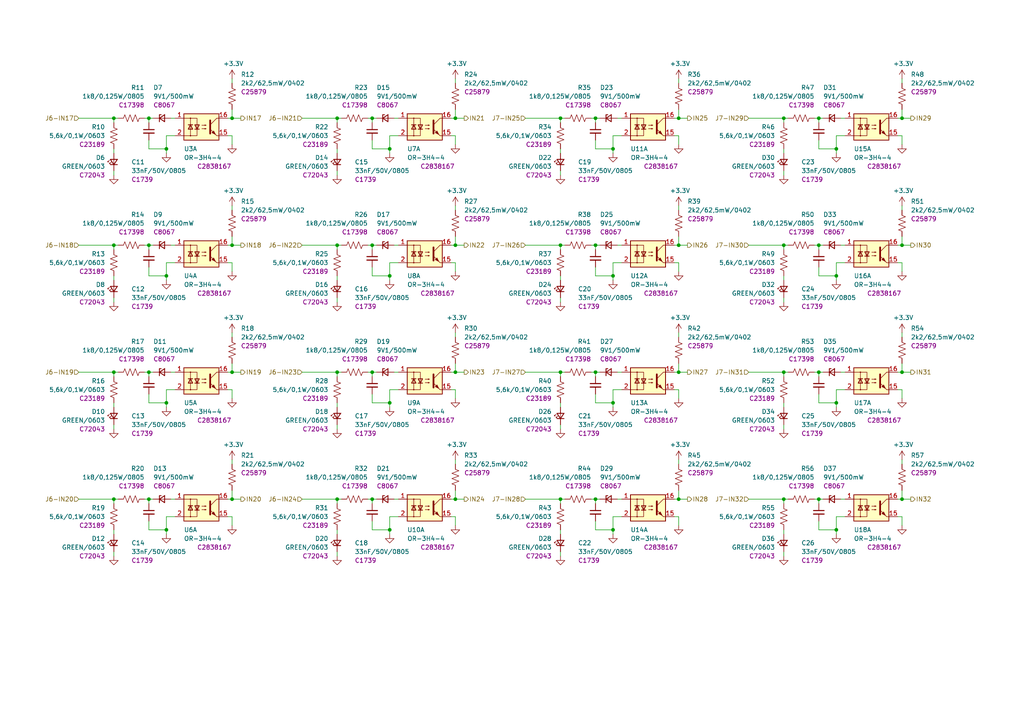
<source format=kicad_sch>
(kicad_sch (version 20230121) (generator eeschema)
  (paper "A4")
  (title_block (title "ESP 32x 24VDC Input 32x 24VDC Output Module") (date "2023-05-04") (rev "V1"))
  (junction (at 113.03 43.18))
  (junction (at 177.8 153.67))
  (junction (at 227.33 144.78))
  (junction (at 237.49 34.29))
  (junction (at 132.08 34.29))
  (junction (at 196.85 144.78))
  (junction (at 97.79 107.95))
  (junction (at 48.26 43.18))
  (junction (at 172.72 71.12))
  (junction (at 97.79 71.12))
  (junction (at 113.03 153.67))
  (junction (at 237.49 71.12))
  (junction (at 107.95 144.78))
  (junction (at 162.56 71.12))
  (junction (at 43.18 71.12))
  (junction (at 33.02 144.78))
  (junction (at 107.95 34.29))
  (junction (at 227.33 107.95))
  (junction (at 48.26 153.67))
  (junction (at 237.49 107.95))
  (junction (at 162.56 107.95))
  (junction (at 97.79 34.29))
  (junction (at 162.56 144.78))
  (junction (at 172.72 107.95))
  (junction (at 132.08 107.95))
  (junction (at 242.57 80.01))
  (junction (at 261.62 144.78))
  (junction (at 67.31 71.12))
  (junction (at 48.26 116.84))
  (junction (at 227.33 34.29))
  (junction (at 33.02 34.29))
  (junction (at 261.62 34.29))
  (junction (at 97.79 144.78))
  (junction (at 67.31 144.78))
  (junction (at 107.95 71.12))
  (junction (at 132.08 71.12))
  (junction (at 237.49 144.78))
  (junction (at 196.85 34.29))
  (junction (at 172.72 34.29))
  (junction (at 196.85 71.12))
  (junction (at 113.03 116.84))
  (junction (at 67.31 107.95))
  (junction (at 48.26 80.01))
  (junction (at 242.57 153.67))
  (junction (at 242.57 116.84))
  (junction (at 43.18 34.29))
  (junction (at 227.33 71.12))
  (junction (at 132.08 144.78))
  (junction (at 172.72 144.78))
  (junction (at 242.57 43.18))
  (junction (at 177.8 80.01))
  (junction (at 177.8 43.18))
  (junction (at 162.56 34.29))
  (junction (at 33.02 107.95))
  (junction (at 196.85 107.95))
  (junction (at 107.95 107.95))
  (junction (at 33.02 71.12))
  (junction (at 261.62 107.95))
  (junction (at 67.31 34.29))
  (junction (at 43.18 107.95))
  (junction (at 43.18 144.78))
  (junction (at 177.8 116.84))
  (junction (at 261.62 71.12))
  (junction (at 113.03 80.01))
  (wire (pts (xy 245.11 76.2) (xy 242.57 76.2)))
  (wire (pts (xy 107.95 151.13) (xy 107.95 153.67)))
  (wire (pts (xy 22.86 144.78) (xy 33.02 144.78)))
  (wire (pts (xy 130.81 34.29) (xy 132.08 34.29)))
  (wire (pts (xy 22.86 107.95) (xy 33.02 107.95)))
  (wire (pts (xy 196.85 22.86) (xy 196.85 24.13)))
  (wire (pts (xy 43.18 77.47) (xy 43.18 80.01)))
  (wire (pts (xy 227.33 160.02) (xy 227.33 161.29)))
  (wire (pts (xy 33.02 86.36) (xy 33.02 87.63)))
  (wire (pts (xy 67.31 39.37) (xy 67.31 41.91)))
  (wire (pts (xy 97.79 116.84) (xy 97.79 118.11)))
  (wire (pts (xy 177.8 153.67) (xy 177.8 154.94)))
  (wire (pts (xy 242.57 39.37) (xy 242.57 43.18)))
  (wire (pts (xy 172.72 107.95) (xy 173.99 107.95)))
  (wire (pts (xy 33.02 34.29) (xy 33.02 35.56)))
  (wire (pts (xy 196.85 59.69) (xy 196.85 60.96)))
  (wire (pts (xy 50.8 149.86) (xy 48.26 149.86)))
  (wire (pts (xy 227.33 34.29) (xy 227.33 35.56)))
  (wire (pts (xy 196.85 149.86) (xy 196.85 152.4)))
  (wire (pts (xy 217.17 34.29) (xy 227.33 34.29)))
  (wire (pts (xy 132.08 76.2) (xy 132.08 78.74)))
  (wire (pts (xy 162.56 80.01) (xy 162.56 81.28)))
  (wire (pts (xy 242.57 76.2) (xy 242.57 80.01)))
  (wire (pts (xy 114.3 71.12) (xy 115.57 71.12)))
  (wire (pts (xy 48.26 113.03) (xy 48.26 116.84)))
  (wire (pts (xy 242.57 116.84) (xy 242.57 118.11)))
  (wire (pts (xy 243.84 144.78) (xy 245.11 144.78)))
  (wire (pts (xy 162.56 153.67) (xy 162.56 154.94)))
  (wire (pts (xy 162.56 71.12) (xy 162.56 72.39)))
  (wire (pts (xy 237.49 80.01) (xy 242.57 80.01)))
  (wire (pts (xy 22.86 34.29) (xy 33.02 34.29)))
  (wire (pts (xy 242.57 43.18) (xy 242.57 44.45)))
  (wire (pts (xy 130.81 144.78) (xy 132.08 144.78)))
  (wire (pts (xy 195.58 34.29) (xy 196.85 34.29)))
  (wire (pts (xy 260.35 107.95) (xy 261.62 107.95)))
  (wire (pts (xy 97.79 144.78) (xy 99.06 144.78)))
  (wire (pts (xy 179.07 71.12) (xy 180.34 71.12)))
  (wire (pts (xy 43.18 151.13) (xy 43.18 153.67)))
  (wire (pts (xy 152.4 71.12) (xy 162.56 71.12)))
  (wire (pts (xy 243.84 34.29) (xy 245.11 34.29)))
  (wire (pts (xy 107.95 146.05) (xy 107.95 144.78)))
  (wire (pts (xy 180.34 149.86) (xy 177.8 149.86)))
  (wire (pts (xy 217.17 71.12) (xy 227.33 71.12)))
  (wire (pts (xy 227.33 123.19) (xy 227.33 124.46)))
  (wire (pts (xy 87.63 144.78) (xy 97.79 144.78)))
  (wire (pts (xy 172.72 146.05) (xy 172.72 144.78)))
  (wire (pts (xy 43.18 107.95) (xy 44.45 107.95)))
  (wire (pts (xy 195.58 39.37) (xy 196.85 39.37)))
  (wire (pts (xy 196.85 142.24) (xy 196.85 144.78)))
  (wire (pts (xy 227.33 49.53) (xy 227.33 50.8)))
  (wire (pts (xy 33.02 144.78) (xy 33.02 146.05)))
  (wire (pts (xy 237.49 114.3) (xy 237.49 116.84)))
  (wire (pts (xy 107.95 71.12) (xy 109.22 71.12)))
  (wire (pts (xy 195.58 107.95) (xy 196.85 107.95)))
  (wire (pts (xy 97.79 86.36) (xy 97.79 87.63)))
  (wire (pts (xy 245.11 113.03) (xy 242.57 113.03)))
  (wire (pts (xy 261.62 59.69) (xy 261.62 60.96)))
  (wire (pts (xy 237.49 109.22) (xy 237.49 107.95)))
  (wire (pts (xy 261.62 149.86) (xy 261.62 152.4)))
  (wire (pts (xy 237.49 72.39) (xy 237.49 71.12)))
  (wire (pts (xy 87.63 34.29) (xy 97.79 34.29)))
  (wire (pts (xy 227.33 144.78) (xy 228.6 144.78)))
  (wire (pts (xy 162.56 144.78) (xy 162.56 146.05)))
  (wire (pts (xy 130.81 107.95) (xy 132.08 107.95)))
  (wire (pts (xy 106.68 71.12) (xy 107.95 71.12)))
  (wire (pts (xy 41.91 34.29) (xy 43.18 34.29)))
  (wire (pts (xy 152.4 34.29) (xy 162.56 34.29)))
  (wire (pts (xy 237.49 107.95) (xy 238.76 107.95)))
  (wire (pts (xy 195.58 149.86) (xy 196.85 149.86)))
  (wire (pts (xy 106.68 107.95) (xy 107.95 107.95)))
  (wire (pts (xy 162.56 34.29) (xy 162.56 35.56)))
  (wire (pts (xy 260.35 76.2) (xy 261.62 76.2)))
  (wire (pts (xy 43.18 72.39) (xy 43.18 71.12)))
  (wire (pts (xy 132.08 22.86) (xy 132.08 24.13)))
  (wire (pts (xy 43.18 146.05) (xy 43.18 144.78)))
  (wire (pts (xy 43.18 114.3) (xy 43.18 116.84)))
  (wire (pts (xy 261.62 107.95) (xy 264.16 107.95)))
  (wire (pts (xy 171.45 34.29) (xy 172.72 34.29)))
  (wire (pts (xy 66.04 113.03) (xy 67.31 113.03)))
  (wire (pts (xy 48.26 116.84) (xy 48.26 118.11)))
  (wire (pts (xy 172.72 71.12) (xy 173.99 71.12)))
  (wire (pts (xy 132.08 142.24) (xy 132.08 144.78)))
  (wire (pts (xy 107.95 109.22) (xy 107.95 107.95)))
  (wire (pts (xy 180.34 39.37) (xy 177.8 39.37)))
  (wire (pts (xy 162.56 123.19) (xy 162.56 124.46)))
  (wire (pts (xy 172.72 109.22) (xy 172.72 107.95)))
  (wire (pts (xy 177.8 113.03) (xy 177.8 116.84)))
  (wire (pts (xy 196.85 133.35) (xy 196.85 134.62)))
  (wire (pts (xy 97.79 34.29) (xy 99.06 34.29)))
  (wire (pts (xy 33.02 107.95) (xy 34.29 107.95)))
  (wire (pts (xy 33.02 107.95) (xy 33.02 109.22)))
  (wire (pts (xy 132.08 39.37) (xy 132.08 41.91)))
  (wire (pts (xy 172.72 35.56) (xy 172.72 34.29)))
  (wire (pts (xy 196.85 71.12) (xy 199.39 71.12)))
  (wire (pts (xy 67.31 76.2) (xy 67.31 78.74)))
  (wire (pts (xy 243.84 107.95) (xy 245.11 107.95)))
  (wire (pts (xy 41.91 71.12) (xy 43.18 71.12)))
  (wire (pts (xy 132.08 59.69) (xy 132.08 60.96)))
  (wire (pts (xy 179.07 107.95) (xy 180.34 107.95)))
  (wire (pts (xy 67.31 71.12) (xy 69.85 71.12)))
  (wire (pts (xy 67.31 31.75) (xy 67.31 34.29)))
  (wire (pts (xy 227.33 86.36) (xy 227.33 87.63)))
  (wire (pts (xy 67.31 96.52) (xy 67.31 97.79)))
  (wire (pts (xy 237.49 116.84) (xy 242.57 116.84)))
  (wire (pts (xy 217.17 107.95) (xy 227.33 107.95)))
  (wire (pts (xy 43.18 34.29) (xy 44.45 34.29)))
  (wire (pts (xy 115.57 39.37) (xy 113.03 39.37)))
  (wire (pts (xy 113.03 113.03) (xy 113.03 116.84)))
  (wire (pts (xy 107.95 153.67) (xy 113.03 153.67)))
  (wire (pts (xy 162.56 34.29) (xy 163.83 34.29)))
  (wire (pts (xy 48.26 153.67) (xy 48.26 154.94)))
  (wire (pts (xy 33.02 116.84) (xy 33.02 118.11)))
  (wire (pts (xy 162.56 86.36) (xy 162.56 87.63)))
  (wire (pts (xy 107.95 144.78) (xy 109.22 144.78)))
  (wire (pts (xy 33.02 123.19) (xy 33.02 124.46)))
  (wire (pts (xy 172.72 77.47) (xy 172.72 80.01)))
  (wire (pts (xy 171.45 107.95) (xy 172.72 107.95)))
  (wire (pts (xy 132.08 133.35) (xy 132.08 134.62)))
  (wire (pts (xy 48.26 76.2) (xy 48.26 80.01)))
  (wire (pts (xy 227.33 34.29) (xy 228.6 34.29)))
  (wire (pts (xy 113.03 39.37) (xy 113.03 43.18)))
  (wire (pts (xy 113.03 80.01) (xy 113.03 81.28)))
  (wire (pts (xy 43.18 35.56) (xy 43.18 34.29)))
  (wire (pts (xy 114.3 107.95) (xy 115.57 107.95)))
  (wire (pts (xy 180.34 113.03) (xy 177.8 113.03)))
  (wire (pts (xy 33.02 43.18) (xy 33.02 44.45)))
  (wire (pts (xy 49.53 107.95) (xy 50.8 107.95)))
  (wire (pts (xy 171.45 71.12) (xy 172.72 71.12)))
  (wire (pts (xy 236.22 144.78) (xy 237.49 144.78)))
  (wire (pts (xy 41.91 144.78) (xy 43.18 144.78)))
  (wire (pts (xy 177.8 116.84) (xy 177.8 118.11)))
  (wire (pts (xy 33.02 49.53) (xy 33.02 50.8)))
  (wire (pts (xy 43.18 40.64) (xy 43.18 43.18)))
  (wire (pts (xy 33.02 80.01) (xy 33.02 81.28)))
  (wire (pts (xy 43.18 71.12) (xy 44.45 71.12)))
  (wire (pts (xy 43.18 43.18) (xy 48.26 43.18)))
  (wire (pts (xy 43.18 144.78) (xy 44.45 144.78)))
  (wire (pts (xy 237.49 40.64) (xy 237.49 43.18)))
  (wire (pts (xy 196.85 113.03) (xy 196.85 115.57)))
  (wire (pts (xy 177.8 39.37) (xy 177.8 43.18)))
  (wire (pts (xy 106.68 144.78) (xy 107.95 144.78)))
  (wire (pts (xy 132.08 31.75) (xy 132.08 34.29)))
  (wire (pts (xy 97.79 123.19) (xy 97.79 124.46)))
  (wire (pts (xy 236.22 71.12) (xy 237.49 71.12)))
  (wire (pts (xy 162.56 43.18) (xy 162.56 44.45)))
  (wire (pts (xy 114.3 144.78) (xy 115.57 144.78)))
  (wire (pts (xy 227.33 144.78) (xy 227.33 146.05)))
  (wire (pts (xy 237.49 153.67) (xy 242.57 153.67)))
  (wire (pts (xy 132.08 144.78) (xy 134.62 144.78)))
  (wire (pts (xy 66.04 144.78) (xy 67.31 144.78)))
  (wire (pts (xy 242.57 113.03) (xy 242.57 116.84)))
  (wire (pts (xy 237.49 43.18) (xy 242.57 43.18)))
  (wire (pts (xy 171.45 144.78) (xy 172.72 144.78)))
  (wire (pts (xy 227.33 80.01) (xy 227.33 81.28)))
  (wire (pts (xy 107.95 80.01) (xy 113.03 80.01)))
  (wire (pts (xy 130.81 113.03) (xy 132.08 113.03)))
  (wire (pts (xy 48.26 80.01) (xy 48.26 81.28)))
  (wire (pts (xy 227.33 43.18) (xy 227.33 44.45)))
  (wire (pts (xy 196.85 34.29) (xy 199.39 34.29)))
  (wire (pts (xy 97.79 80.01) (xy 97.79 81.28)))
  (wire (pts (xy 115.57 113.03) (xy 113.03 113.03)))
  (wire (pts (xy 227.33 71.12) (xy 228.6 71.12)))
  (wire (pts (xy 50.8 39.37) (xy 48.26 39.37)))
  (wire (pts (xy 261.62 68.58) (xy 261.62 71.12)))
  (wire (pts (xy 33.02 160.02) (xy 33.02 161.29)))
  (wire (pts (xy 162.56 116.84) (xy 162.56 118.11)))
  (wire (pts (xy 217.17 144.78) (xy 227.33 144.78)))
  (wire (pts (xy 162.56 49.53) (xy 162.56 50.8)))
  (wire (pts (xy 261.62 31.75) (xy 261.62 34.29)))
  (wire (pts (xy 172.72 153.67) (xy 177.8 153.67)))
  (wire (pts (xy 132.08 71.12) (xy 134.62 71.12)))
  (wire (pts (xy 237.49 146.05) (xy 237.49 144.78)))
  (wire (pts (xy 236.22 34.29) (xy 237.49 34.29)))
  (wire (pts (xy 113.03 76.2) (xy 113.03 80.01)))
  (wire (pts (xy 66.04 76.2) (xy 67.31 76.2)))
  (wire (pts (xy 113.03 116.84) (xy 113.03 118.11)))
  (wire (pts (xy 179.07 34.29) (xy 180.34 34.29)))
  (wire (pts (xy 97.79 34.29) (xy 97.79 35.56)))
  (wire (pts (xy 33.02 144.78) (xy 34.29 144.78)))
  (wire (pts (xy 43.18 153.67) (xy 48.26 153.67)))
  (wire (pts (xy 50.8 113.03) (xy 48.26 113.03)))
  (wire (pts (xy 237.49 35.56) (xy 237.49 34.29)))
  (wire (pts (xy 67.31 34.29) (xy 69.85 34.29)))
  (wire (pts (xy 236.22 107.95) (xy 237.49 107.95)))
  (wire (pts (xy 67.31 133.35) (xy 67.31 134.62)))
  (wire (pts (xy 177.8 80.01) (xy 177.8 81.28)))
  (wire (pts (xy 107.95 35.56) (xy 107.95 34.29)))
  (wire (pts (xy 172.72 114.3) (xy 172.72 116.84)))
  (wire (pts (xy 227.33 116.84) (xy 227.33 118.11)))
  (wire (pts (xy 172.72 80.01) (xy 177.8 80.01)))
  (wire (pts (xy 67.31 68.58) (xy 67.31 71.12)))
  (wire (pts (xy 87.63 71.12) (xy 97.79 71.12)))
  (wire (pts (xy 67.31 59.69) (xy 67.31 60.96)))
  (wire (pts (xy 261.62 96.52) (xy 261.62 97.79)))
  (wire (pts (xy 97.79 160.02) (xy 97.79 161.29)))
  (wire (pts (xy 66.04 107.95) (xy 67.31 107.95)))
  (wire (pts (xy 237.49 151.13) (xy 237.49 153.67)))
  (wire (pts (xy 97.79 71.12) (xy 97.79 72.39)))
  (wire (pts (xy 67.31 113.03) (xy 67.31 115.57)))
  (wire (pts (xy 107.95 40.64) (xy 107.95 43.18)))
  (wire (pts (xy 107.95 34.29) (xy 109.22 34.29)))
  (wire (pts (xy 152.4 144.78) (xy 162.56 144.78)))
  (wire (pts (xy 242.57 80.01) (xy 242.57 81.28)))
  (wire (pts (xy 227.33 107.95) (xy 227.33 109.22)))
  (wire (pts (xy 50.8 76.2) (xy 48.26 76.2)))
  (wire (pts (xy 261.62 22.86) (xy 261.62 24.13)))
  (wire (pts (xy 33.02 153.67) (xy 33.02 154.94)))
  (wire (pts (xy 33.02 71.12) (xy 33.02 72.39)))
  (wire (pts (xy 227.33 71.12) (xy 227.33 72.39)))
  (wire (pts (xy 107.95 116.84) (xy 113.03 116.84)))
  (wire (pts (xy 196.85 68.58) (xy 196.85 71.12)))
  (wire (pts (xy 261.62 105.41) (xy 261.62 107.95)))
  (wire (pts (xy 260.35 39.37) (xy 261.62 39.37)))
  (wire (pts (xy 162.56 144.78) (xy 163.83 144.78)))
  (wire (pts (xy 41.91 107.95) (xy 43.18 107.95)))
  (wire (pts (xy 242.57 153.67) (xy 242.57 154.94)))
  (wire (pts (xy 22.86 71.12) (xy 33.02 71.12)))
  (wire (pts (xy 97.79 43.18) (xy 97.79 44.45)))
  (wire (pts (xy 132.08 113.03) (xy 132.08 115.57)))
  (wire (pts (xy 177.8 149.86) (xy 177.8 153.67)))
  (wire (pts (xy 130.81 71.12) (xy 132.08 71.12)))
  (wire (pts (xy 107.95 114.3) (xy 107.95 116.84)))
  (wire (pts (xy 261.62 144.78) (xy 264.16 144.78)))
  (wire (pts (xy 66.04 39.37) (xy 67.31 39.37)))
  (wire (pts (xy 130.81 149.86) (xy 132.08 149.86)))
  (wire (pts (xy 261.62 142.24) (xy 261.62 144.78)))
  (wire (pts (xy 196.85 39.37) (xy 196.85 41.91)))
  (wire (pts (xy 49.53 34.29) (xy 50.8 34.29)))
  (wire (pts (xy 107.95 107.95) (xy 109.22 107.95)))
  (wire (pts (xy 97.79 107.95) (xy 97.79 109.22)))
  (wire (pts (xy 132.08 96.52) (xy 132.08 97.79)))
  (wire (pts (xy 195.58 144.78) (xy 196.85 144.78)))
  (wire (pts (xy 130.81 76.2) (xy 132.08 76.2)))
  (wire (pts (xy 260.35 113.03) (xy 261.62 113.03)))
  (wire (pts (xy 162.56 107.95) (xy 163.83 107.95)))
  (wire (pts (xy 113.03 43.18) (xy 113.03 44.45)))
  (wire (pts (xy 261.62 113.03) (xy 261.62 115.57)))
  (wire (pts (xy 67.31 105.41) (xy 67.31 107.95)))
  (wire (pts (xy 67.31 144.78) (xy 69.85 144.78)))
  (wire (pts (xy 132.08 34.29) (xy 134.62 34.29)))
  (wire (pts (xy 172.72 151.13) (xy 172.72 153.67)))
  (wire (pts (xy 172.72 144.78) (xy 173.99 144.78)))
  (wire (pts (xy 260.35 149.86) (xy 261.62 149.86)))
  (wire (pts (xy 196.85 107.95) (xy 199.39 107.95)))
  (wire (pts (xy 162.56 160.02) (xy 162.56 161.29)))
  (wire (pts (xy 97.79 71.12) (xy 99.06 71.12)))
  (wire (pts (xy 227.33 107.95) (xy 228.6 107.95)))
  (wire (pts (xy 48.26 39.37) (xy 48.26 43.18)))
  (wire (pts (xy 261.62 71.12) (xy 264.16 71.12)))
  (wire (pts (xy 66.04 71.12) (xy 67.31 71.12)))
  (wire (pts (xy 243.84 71.12) (xy 245.11 71.12)))
  (wire (pts (xy 162.56 107.95) (xy 162.56 109.22)))
  (wire (pts (xy 67.31 107.95) (xy 69.85 107.95)))
  (wire (pts (xy 195.58 113.03) (xy 196.85 113.03)))
  (wire (pts (xy 67.31 142.24) (xy 67.31 144.78)))
  (wire (pts (xy 130.81 39.37) (xy 132.08 39.37)))
  (wire (pts (xy 162.56 71.12) (xy 163.83 71.12)))
  (wire (pts (xy 107.95 72.39) (xy 107.95 71.12)))
  (wire (pts (xy 260.35 34.29) (xy 261.62 34.29)))
  (wire (pts (xy 261.62 39.37) (xy 261.62 41.91)))
  (wire (pts (xy 115.57 149.86) (xy 113.03 149.86)))
  (wire (pts (xy 261.62 34.29) (xy 264.16 34.29)))
  (wire (pts (xy 97.79 153.67) (xy 97.79 154.94)))
  (wire (pts (xy 113.03 153.67) (xy 113.03 154.94)))
  (wire (pts (xy 180.34 76.2) (xy 177.8 76.2)))
  (wire (pts (xy 33.02 34.29) (xy 34.29 34.29)))
  (wire (pts (xy 132.08 68.58) (xy 132.08 71.12)))
  (wire (pts (xy 107.95 77.47) (xy 107.95 80.01)))
  (wire (pts (xy 97.79 49.53) (xy 97.79 50.8)))
  (wire (pts (xy 49.53 71.12) (xy 50.8 71.12)))
  (wire (pts (xy 261.62 133.35) (xy 261.62 134.62)))
  (wire (pts (xy 106.68 34.29) (xy 107.95 34.29)))
  (wire (pts (xy 43.18 116.84) (xy 48.26 116.84)))
  (wire (pts (xy 33.02 71.12) (xy 34.29 71.12)))
  (wire (pts (xy 196.85 96.52) (xy 196.85 97.79)))
  (wire (pts (xy 172.72 40.64) (xy 172.72 43.18)))
  (wire (pts (xy 237.49 34.29) (xy 238.76 34.29)))
  (wire (pts (xy 177.8 76.2) (xy 177.8 80.01)))
  (wire (pts (xy 237.49 144.78) (xy 238.76 144.78)))
  (wire (pts (xy 66.04 149.86) (xy 67.31 149.86)))
  (wire (pts (xy 242.57 149.86) (xy 242.57 153.67)))
  (wire (pts (xy 152.4 107.95) (xy 162.56 107.95)))
  (wire (pts (xy 172.72 72.39) (xy 172.72 71.12)))
  (wire (pts (xy 195.58 76.2) (xy 196.85 76.2)))
  (wire (pts (xy 48.26 43.18) (xy 48.26 44.45)))
  (wire (pts (xy 237.49 71.12) (xy 238.76 71.12)))
  (wire (pts (xy 195.58 71.12) (xy 196.85 71.12)))
  (wire (pts (xy 172.72 116.84) (xy 177.8 116.84)))
  (wire (pts (xy 115.57 76.2) (xy 113.03 76.2)))
  (wire (pts (xy 107.95 43.18) (xy 113.03 43.18)))
  (wire (pts (xy 97.79 107.95) (xy 99.06 107.95)))
  (wire (pts (xy 261.62 76.2) (xy 261.62 78.74)))
  (wire (pts (xy 113.03 149.86) (xy 113.03 153.67)))
  (wire (pts (xy 196.85 31.75) (xy 196.85 34.29)))
  (wire (pts (xy 67.31 149.86) (xy 67.31 152.4)))
  (wire (pts (xy 97.79 144.78) (xy 97.79 146.05)))
  (wire (pts (xy 245.11 39.37) (xy 242.57 39.37)))
  (wire (pts (xy 196.85 105.41) (xy 196.85 107.95)))
  (wire (pts (xy 177.8 43.18) (xy 177.8 44.45)))
  (wire (pts (xy 196.85 76.2) (xy 196.85 78.74)))
  (wire (pts (xy 132.08 149.86) (xy 132.08 152.4)))
  (wire (pts (xy 43.18 80.01) (xy 48.26 80.01)))
  (wire (pts (xy 49.53 144.78) (xy 50.8 144.78)))
  (wire (pts (xy 132.08 105.41) (xy 132.08 107.95)))
  (wire (pts (xy 172.72 43.18) (xy 177.8 43.18)))
  (wire (pts (xy 237.49 77.47) (xy 237.49 80.01)))
  (wire (pts (xy 196.85 144.78) (xy 199.39 144.78)))
  (wire (pts (xy 227.33 153.67) (xy 227.33 154.94)))
  (wire (pts (xy 179.07 144.78) (xy 180.34 144.78)))
  (wire (pts (xy 245.11 149.86) (xy 242.57 149.86)))
  (wire (pts (xy 67.31 22.86) (xy 67.31 24.13)))
  (wire (pts (xy 43.18 109.22) (xy 43.18 107.95)))
  (wire (pts (xy 132.08 107.95) (xy 134.62 107.95)))
  (wire (pts (xy 260.35 144.78) (xy 261.62 144.78)))
  (wire (pts (xy 87.63 107.95) (xy 97.79 107.95)))
  (wire (pts (xy 114.3 34.29) (xy 115.57 34.29)))
  (wire (pts (xy 172.72 34.29) (xy 173.99 34.29)))
  (wire (pts (xy 66.04 34.29) (xy 67.31 34.29)))
  (wire (pts (xy 260.35 71.12) (xy 261.62 71.12)))
  (wire (pts (xy 48.26 149.86) (xy 48.26 153.67)))
  (hierarchical_label "J6-IN22" (shape input) (at 87.63 71.12 180))
  (hierarchical_label "J7-IN32" (shape input) (at 217.17 144.78 180))
  (hierarchical_label "J7-IN25" (shape input) (at 152.4 34.29 180))
  (hierarchical_label "IN32" (shape output) (at 264.16 144.78 0))
  (hierarchical_label "IN20" (shape output) (at 69.85 144.78 0))
  (hierarchical_label "IN24" (shape output) (at 134.62 144.78 0))
  (hierarchical_label "J6-IN21" (shape input) (at 87.63 34.29 180))
  (hierarchical_label "J6-IN23" (shape input) (at 87.63 107.95 180))
  (hierarchical_label "IN18" (shape output) (at 69.85 71.12 0))
  (hierarchical_label "IN28" (shape output) (at 199.39 144.78 0))
  (hierarchical_label "IN30" (shape output) (at 264.16 71.12 0))
  (hierarchical_label "IN21" (shape output) (at 134.62 34.29 0))
  (hierarchical_label "IN17" (shape output) (at 69.85 34.29 0))
  (hierarchical_label "J6-IN19" (shape input) (at 22.86 107.95 180))
  (hierarchical_label "J6-IN18" (shape input) (at 22.86 71.12 180))
  (hierarchical_label "J7-IN26" (shape input) (at 152.4 71.12 180))
  (hierarchical_label "IN25" (shape output) (at 199.39 34.29 0))
  (hierarchical_label "J7-IN29" (shape input) (at 217.17 34.29 180))
  (hierarchical_label "J6-IN24" (shape input) (at 87.63 144.78 180))
  (hierarchical_label "IN19" (shape output) (at 69.85 107.95 0))
  (hierarchical_label "J6-IN20" (shape input) (at 22.86 144.78 180))
  (hierarchical_label "J7-IN31" (shape input) (at 217.17 107.95 180))
  (hierarchical_label "IN22" (shape output) (at 134.62 71.12 0))
  (hierarchical_label "J7-IN28" (shape input) (at 152.4 144.78 180))
  (hierarchical_label "IN31" (shape output) (at 264.16 107.95 0))
  (hierarchical_label "J6-IN17" (shape input) (at 22.86 34.29 180))
  (hierarchical_label "IN29" (shape output) (at 264.16 34.29 0))
  (hierarchical_label "IN27" (shape output) (at 199.39 107.95 0))
  (hierarchical_label "IN23" (shape output) (at 134.62 107.95 0))
  (hierarchical_label "IN26" (shape output) (at 199.39 71.12 0))
  (hierarchical_label "J7-IN27" (shape input) (at 152.4 107.95 180))
  (hierarchical_label "J7-IN30" (shape input) (at 217.17 71.12 180))
  (symbol (lib_id "Device:R_US") (at 196.85 138.43 0) (unit 1)
    (property "Reference" "R45" (at 199.39 132.08 0) (effects (justify left)))
    (property "Value" "2k2/62,5mW/0402" (at 199.39 134.62 0) (effects (justify left)))
    (property "Footprint" "Tales:R_0402_1005Metric" (effects hide))
    (property "Case" "0402/1005" (effects hide))
    (property "Mfr" "Uniroyal" (effects hide))
    (property "Vendor" "JLCPCB" (effects hide))
    (property "Mfr PN" "0402WGF2201TCE" (effects hide))
    (property "Vendor PN" "C25879" (effects hide))
    (property "LCSC Part #" "C25879" (at 199.39 137.16 0) (effects (justify left)))
    (property "JLCPCB BOM" "1" (effects hide))
    (instances (project "esp-24v-32ch-v1" (path "" (reference "R45") (unit 1)) (path "" (reference "R118") (unit 1))))
  )
  (symbol (lib_id "Device:LED_Small") (at 97.79 120.65 90) (unit 1)
    (property "Reference" "D18" (at 95.25 119.38 90) (effects (justify left)))
    (property "Value" "GREEN/0603" (at 95.25 121.92 90) (effects (justify left)))
    (property "Footprint" "Tales:LED_0603_1608Metric" (effects hide))
    (property "Case" "0603" (effects hide))
    (property "Mfr" "Everlight" (effects hide))
    (property "Mfr PN" "19-217/GHC-YR1S2/3T" (effects hide))
    (property "Vendor" "JLCPCB" (effects hide))
    (property "Vendor PN" "C72043" (effects hide))
    (property "LCSC Part #" "C72043" (at 95.25 124.46 90) (effects (justify left)))
    (property "JLCPCB BOM" "1" (effects hide))
    (instances (project "esp-24v-32ch-v1" (path "" (reference "D18") (unit 1)) (path "" (reference "D49") (unit 1))))
  )
  (symbol (lib_id "Device:C_Small") (at 43.18 111.76 0) (unit 1)
    (property "Reference" "C13" (at 38.1 120.65 0) (effects (justify left)))
    (property "Value" "33nF/50V/0805" (at 38.1 123.19 0) (effects (justify left)))
    (property "Footprint" "Tales:C_0805_2012Metric" (effects hide))
    (property "Technology" "Ceramic" (effects hide))
    (property "Case" "0805/2012" (effects hide))
    (property "Mfr" "FH" (effects hide))
    (property "Mfr PN" "0805B333K500NT" (effects hide))
    (property "Vendor" "JLCPCB" (effects hide))
    (property "Vendor PN" "C1739" (effects hide))
    (property "LCSC Part #" "C1739" (at 38.1 125.73 0) (effects (justify left)))
    (property "JLCPCB BOM" "1" (effects hide))
    (instances (project "esp-24v-32ch-v1" (path "" (reference "C13") (unit 1)) (path "" (reference "C41") (unit 1))))
  )
  (symbol (lib_id "power:GND") (at 177.8 44.45 0) (unit 1)
    (property "Reference" "#PWR039" (effects hide))
    (property "Value" "GNDREF" (effects hide))
    (instances (project "esp-24v-32ch-v1" (path "" (reference "#PWR039") (unit 1)) (path "" (reference "#PWR0183") (unit 1))))
  )
  (symbol (lib_id "Device:R_US") (at 67.31 27.94 0) (unit 1)
    (property "Reference" "R12" (at 69.85 21.59 0) (effects (justify left)))
    (property "Value" "2k2/62,5mW/0402" (at 69.85 24.13 0) (effects (justify left)))
    (property "Footprint" "Tales:R_0402_1005Metric" (effects hide))
    (property "Case" "0402/1005" (effects hide))
    (property "Mfr" "Uniroyal" (effects hide))
    (property "Vendor" "JLCPCB" (effects hide))
    (property "Mfr PN" "0402WGF2201TCE" (effects hide))
    (property "Vendor PN" "C25879" (effects hide))
    (property "LCSC Part #" "C25879" (at 69.85 26.67 0) (effects (justify left)))
    (property "JLCPCB BOM" "1" (effects hide))
    (instances (project "esp-24v-32ch-v1" (path "" (reference "R12") (unit 1)) (path "" (reference "R91") (unit 1))))
  )
  (symbol (lib_id "Device:R_US") (at 38.1 107.95 270) (unit 1)
    (property "Reference" "R17" (at 41.91 99.06 90) (effects (justify right)))
    (property "Value" "1k8/0,125W/0805" (at 41.91 101.6 90) (effects (justify right)))
    (property "Footprint" "Tales:R_0805_2012Metric" (effects hide))
    (property "Case" "0805/2012" (effects hide))
    (property "Mfr" "Uniroyal" (effects hide))
    (property "Vendor" "JLCPCB" (effects hide))
    (property "Mfr PN" "0805W8F1801T5E" (effects hide))
    (property "Vendor PN" "C17398" (effects hide))
    (property "LCSC Part #" "C17398" (at 41.91 104.14 90) (effects (justify right)))
    (property "JLCPCB BOM" "1" (effects hide))
    (instances (project "esp-24v-32ch-v1" (path "" (reference "R17") (unit 1)) (path "" (reference "R89") (unit 1))))
  )
  (symbol (lib_id "Device:C_Small") (at 43.18 148.59 0) (unit 1)
    (property "Reference" "C14" (at 38.1 157.48 0) (effects (justify left)))
    (property "Value" "33nF/50V/0805" (at 38.1 160.02 0) (effects (justify left)))
    (property "Footprint" "Tales:C_0805_2012Metric" (effects hide))
    (property "Technology" "Ceramic" (effects hide))
    (property "Case" "0805/2012" (effects hide))
    (property "Mfr" "FH" (effects hide))
    (property "Mfr PN" "0805B333K500NT" (effects hide))
    (property "Vendor" "JLCPCB" (effects hide))
    (property "Vendor PN" "C1739" (effects hide))
    (property "LCSC Part #" "C1739" (at 38.1 162.56 0) (effects (justify left)))
    (property "JLCPCB BOM" "1" (effects hide))
    (instances (project "esp-24v-32ch-v1" (path "" (reference "C14") (unit 1)) (path "" (reference "C42") (unit 1))))
  )
  (symbol (lib_id "Tales:OR-3H4-4") (at 187.96 36.83 0) (unit 1)
    (property "Reference" "U11" (at 182.88 43.18 0) (effects (justify left)))
    (property "Value" "OR-3H4-4" (at 182.88 45.72 0) (effects (justify left)))
    (property "Footprint" "Tales:SOP-16_4.4x10.4mm_P1.27mm" (effects hide))
    (property "JLCPCB BOM" "1" (effects hide))
    (property "LCSC Part #" "C2838167" (at 186.69 48.26 0) (effects (justify left)))
    (property "Mfr PN" "OR-3H4-4GB-TA1-GK" (effects hide))
    (property "Vendor PN" "C2838167" (effects hide))
    (property "Case" "SOP-16-4.4" (effects hide))
    (property "Mfr" "Orient" (effects hide))
    (property "Vendor" "JLCPCB" (effects hide))
    (instances (project "esp-24v-32ch-v1" (path "" (reference "U11") (unit 1)) (path "" (reference "U16") (unit 1))))
  )
  (symbol (lib_id "power:GND") (at 48.26 154.94 0) (unit 1)
    (property "Reference" "#PWR010" (effects hide))
    (property "Value" "GNDREF" (effects hide))
    (instances (project "esp-24v-32ch-v1" (path "" (reference "#PWR010") (unit 1)) (path "" (reference "#PWR0154") (unit 1))))
  )
  (symbol (lib_id "Device:R_US") (at 261.62 64.77 0) (unit 1)
    (property "Reference" "R51" (at 264.16 58.42 0) (effects (justify left)))
    (property "Value" "2k2/62,5mW/0402" (at 264.16 60.96 0) (effects (justify left)))
    (property "Footprint" "Tales:R_0402_1005Metric" (effects hide))
    (property "Case" "0402/1005" (effects hide))
    (property "Mfr" "Uniroyal" (effects hide))
    (property "Vendor" "JLCPCB" (effects hide))
    (property "Mfr PN" "0402WGF2201TCE" (effects hide))
    (property "Vendor PN" "C25879" (effects hide))
    (property "LCSC Part #" "C25879" (at 264.16 63.5 0) (effects (justify left)))
    (property "JLCPCB BOM" "1" (effects hide))
    (instances (project "esp-24v-32ch-v1" (path "" (reference "R51") (unit 1)) (path "" (reference "R128") (unit 1))))
  )
  (symbol (lib_id "Device:D_Zener_Small") (at 46.99 34.29 0) (unit 1)
    (property "Reference" "D7" (at 44.45 25.4 0) (effects (justify left)))
    (property "Value" "9V1/500mW" (at 44.45 27.94 0) (effects (justify left)))
    (property "Footprint" "Tales:D_MiniMELF" (effects hide))
    (property "Case" "Mini-MELF" (effects hide))
    (property "Mfr" "Semtech" (effects hide))
    (property "Mfr PN" "ZMM9V1-M" (effects hide))
    (property "Vendor" "JLCPCB" (effects hide))
    (property "Vendor PN" "C8067" (effects hide))
    (property "JLCPCB BOM" "1" (effects hide))
    (property "LCSC Part #" "C8067" (at 44.45 30.48 0) (effects (justify left)))
    (instances (project "esp-24v-32ch-v1" (path "" (reference "D7") (unit 1)) (path "" (reference "D43") (unit 1))))
  )
  (symbol (lib_id "power:GND") (at 67.31 78.74 0) (unit 1)
    (property "Reference" "#PWR014" (effects hide))
    (property "Value" "GNDREF" (effects hide))
    (instances (project "esp-24v-32ch-v1" (path "" (reference "#PWR014") (unit 1)) (path "" (reference "#PWR0158") (unit 1))))
  )
  (symbol (lib_id "Device:C_Small") (at 107.95 74.93 0) (unit 1)
    (property "Reference" "C16" (at 102.87 83.82 0) (effects (justify left)))
    (property "Value" "33nF/50V/0805" (at 102.87 86.36 0) (effects (justify left)))
    (property "Footprint" "Tales:C_0805_2012Metric" (effects hide))
    (property "Technology" "Ceramic" (effects hide))
    (property "Case" "0805/2012" (effects hide))
    (property "Mfr" "FH" (effects hide))
    (property "Mfr PN" "0805B333K500NT" (effects hide))
    (property "Vendor" "JLCPCB" (effects hide))
    (property "Vendor PN" "C1739" (effects hide))
    (property "LCSC Part #" "C1739" (at 102.87 88.9 0) (effects (justify left)))
    (property "JLCPCB BOM" "1" (effects hide))
    (instances (project "esp-24v-32ch-v1" (path "" (reference "C16") (unit 1)) (path "" (reference "C44") (unit 1))))
  )
  (symbol (lib_id "power:GND") (at 113.03 44.45 0) (unit 1)
    (property "Reference" "#PWR023" (effects hide))
    (property "Value" "GNDREF" (effects hide))
    (instances (project "esp-24v-32ch-v1" (path "" (reference "#PWR023") (unit 1)) (path "" (reference "#PWR0167") (unit 1))))
  )
  (symbol (lib_id "Device:R_US") (at 38.1 71.12 270) (unit 1)
    (property "Reference" "R14" (at 41.91 62.23 90) (effects (justify right)))
    (property "Value" "1k8/0,125W/0805" (at 41.91 64.77 90) (effects (justify right)))
    (property "Footprint" "Tales:R_0805_2012Metric" (effects hide))
    (property "Case" "0805/2012" (effects hide))
    (property "Mfr" "Uniroyal" (effects hide))
    (property "Vendor" "JLCPCB" (effects hide))
    (property "Mfr PN" "0805W8F1801T5E" (effects hide))
    (property "Vendor PN" "C17398" (effects hide))
    (property "LCSC Part #" "C17398" (at 41.91 67.31 90) (effects (justify right)))
    (property "JLCPCB BOM" "1" (effects hide))
    (instances (project "esp-24v-32ch-v1" (path "" (reference "R14") (unit 1)) (path "" (reference "R88") (unit 1))))
  )
  (symbol (lib_id "Device:R_US") (at 38.1 144.78 270) (unit 1)
    (property "Reference" "R20" (at 41.91 135.89 90) (effects (justify right)))
    (property "Value" "1k8/0,125W/0805" (at 41.91 138.43 90) (effects (justify right)))
    (property "Footprint" "Tales:R_0805_2012Metric" (effects hide))
    (property "Case" "0805/2012" (effects hide))
    (property "Mfr" "Uniroyal" (effects hide))
    (property "Vendor" "JLCPCB" (effects hide))
    (property "Mfr PN" "0805W8F1801T5E" (effects hide))
    (property "Vendor PN" "C17398" (effects hide))
    (property "LCSC Part #" "C17398" (at 41.91 140.97 90) (effects (justify right)))
    (property "JLCPCB BOM" "1" (effects hide))
    (instances (project "esp-24v-32ch-v1" (path "" (reference "R20") (unit 1)) (path "" (reference "R90") (unit 1))))
  )
  (symbol (lib_id "Device:R_US") (at 132.08 138.43 0) (unit 1)
    (property "Reference" "R33" (at 134.62 132.08 0) (effects (justify left)))
    (property "Value" "2k2/62,5mW/0402" (at 134.62 134.62 0) (effects (justify left)))
    (property "Footprint" "Tales:R_0402_1005Metric" (effects hide))
    (property "Case" "0402/1005" (effects hide))
    (property "Mfr" "Uniroyal" (effects hide))
    (property "Vendor" "JLCPCB" (effects hide))
    (property "Mfr PN" "0402WGF2201TCE" (effects hide))
    (property "Vendor PN" "C25879" (effects hide))
    (property "LCSC Part #" "C25879" (at 134.62 137.16 0) (effects (justify left)))
    (property "JLCPCB BOM" "1" (effects hide))
    (instances (project "esp-24v-32ch-v1" (path "" (reference "R33") (unit 1)) (path "" (reference "R106") (unit 1))))
  )
  (symbol (lib_id "Device:C_Small") (at 172.72 111.76 0) (unit 1)
    (property "Reference" "C21" (at 167.64 120.65 0) (effects (justify left)))
    (property "Value" "33nF/50V/0805" (at 167.64 123.19 0) (effects (justify left)))
    (property "Footprint" "Tales:C_0805_2012Metric" (effects hide))
    (property "Technology" "Ceramic" (effects hide))
    (property "Case" "0805/2012" (effects hide))
    (property "Mfr" "FH" (effects hide))
    (property "Mfr PN" "0805B333K500NT" (effects hide))
    (property "Vendor" "JLCPCB" (effects hide))
    (property "Vendor PN" "C1739" (effects hide))
    (property "LCSC Part #" "C1739" (at 167.64 125.73 0) (effects (justify left)))
    (property "JLCPCB BOM" "1" (effects hide))
    (instances (project "esp-24v-32ch-v1" (path "" (reference "C21") (unit 1)) (path "" (reference "C49") (unit 1))))
  )
  (symbol (lib_id "power:GND") (at 48.26 81.28 0) (unit 1)
    (property "Reference" "#PWR08" (effects hide))
    (property "Value" "GNDREF" (effects hide))
    (instances (project "esp-24v-32ch-v1" (path "" (reference "#PWR08") (unit 1)) (path "" (reference "#PWR0152") (unit 1))))
  )
  (symbol (lib_id "Tales:+3.3V") (at 196.85 59.69 0) (unit 1)
    (property "Reference" "#PWR045" (effects hide))
    (property "Value" "+3.3V" (at 197.231 55.2958 0))
    (instances (project "esp-24v-32ch-v1" (path "" (reference "#PWR045") (unit 1)) (path "" (reference "#PWR0189") (unit 1))))
  )
  (symbol (lib_id "Device:R_US") (at 67.31 138.43 0) (unit 1)
    (property "Reference" "R21" (at 69.85 132.08 0) (effects (justify left)))
    (property "Value" "2k2/62,5mW/0402" (at 69.85 134.62 0) (effects (justify left)))
    (property "Footprint" "Tales:R_0402_1005Metric" (effects hide))
    (property "Case" "0402/1005" (effects hide))
    (property "Mfr" "Uniroyal" (effects hide))
    (property "Vendor" "JLCPCB" (effects hide))
    (property "Mfr PN" "0402WGF2201TCE" (effects hide))
    (property "Vendor PN" "C25879" (effects hide))
    (property "LCSC Part #" "C25879" (at 69.85 137.16 0) (effects (justify left)))
    (property "JLCPCB BOM" "1" (effects hide))
    (instances (project "esp-24v-32ch-v1" (path "" (reference "R21") (unit 1)) (path "" (reference "R94") (unit 1))))
  )
  (symbol (lib_id "Device:R_US") (at 33.02 113.03 0) (unit 1)
    (property "Reference" "R16" (at 30.48 110.49 0) (effects (justify right)))
    (property "Value" "5,6k/0,1W/0603" (at 30.48 113.03 0) (effects (justify right)))
    (property "Footprint" "Tales:R_0603_1608Metric" (effects hide))
    (property "Case" "0603/1608" (effects hide))
    (property "Mfr" "Uniroyal" (effects hide))
    (property "Mfr PN" "0603WAF5601T5E" (effects hide))
    (property "Vendor" "JLCPCB" (effects hide))
    (property "Vendor PN" "C23189" (effects hide))
    (property "LCSC Part #" "C23189" (at 30.48 115.57 0) (effects (justify right)))
    (property "JLCPCB BOM" "1" (effects hide))
    (instances (project "esp-24v-32ch-v1" (path "" (reference "R16") (unit 1)) (path "" (reference "R85") (unit 1))))
  )
  (symbol (lib_id "power:GND") (at 67.31 41.91 0) (unit 1)
    (property "Reference" "#PWR012" (effects hide))
    (property "Value" "GNDREF" (effects hide))
    (instances (project "esp-24v-32ch-v1" (path "" (reference "#PWR012") (unit 1)) (path "" (reference "#PWR0156") (unit 1))))
  )
  (symbol (lib_id "Tales:+3.3V") (at 261.62 22.86 0) (unit 1)
    (property "Reference" "#PWR0181" (effects hide))
    (property "Value" "+3.3V" (at 262.001 18.4658 0))
    (instances (project "esp-24v-32ch-v1" (path "" (reference "#PWR0181") (unit 1)) (path "" (reference "#PWR0203") (unit 1))))
  )
  (symbol (lib_id "Device:C_Small") (at 237.49 148.59 0) (unit 1)
    (property "Reference" "C26" (at 232.41 157.48 0) (effects (justify left)))
    (property "Value" "33nF/50V/0805" (at 232.41 160.02 0) (effects (justify left)))
    (property "Footprint" "Tales:C_0805_2012Metric" (effects hide))
    (property "Technology" "Ceramic" (effects hide))
    (property "Case" "0805/2012" (effects hide))
    (property "Mfr" "FH" (effects hide))
    (property "Mfr PN" "0805B333K500NT" (effects hide))
    (property "Vendor" "JLCPCB" (effects hide))
    (property "Vendor PN" "C1739" (effects hide))
    (property "LCSC Part #" "C1739" (at 232.41 162.56 0) (effects (justify left)))
    (property "JLCPCB BOM" "1" (effects hide))
    (instances (project "esp-24v-32ch-v1" (path "" (reference "C26") (unit 1)) (path "" (reference "C54") (unit 1))))
  )
  (symbol (lib_id "power:GND") (at 33.02 87.63 0) (unit 1)
    (property "Reference" "#PWR04" (effects hide))
    (property "Value" "GNDREF" (effects hide))
    (instances (project "esp-24v-32ch-v1" (path "" (reference "#PWR04") (unit 1)) (path "" (reference "#PWR0148") (unit 1))))
  )
  (symbol (lib_id "power:GND") (at 162.56 87.63 0) (unit 1)
    (property "Reference" "#PWR036" (effects hide))
    (property "Value" "GNDREF" (effects hide))
    (instances (project "esp-24v-32ch-v1" (path "" (reference "#PWR036") (unit 1)) (path "" (reference "#PWR0180") (unit 1))))
  )
  (symbol (lib_id "Device:D_Zener_Small") (at 241.3 34.29 0) (unit 1)
    (property "Reference" "D31" (at 238.76 25.4 0) (effects (justify left)))
    (property "Value" "9V1/500mW" (at 238.76 27.94 0) (effects (justify left)))
    (property "Footprint" "Tales:D_MiniMELF" (effects hide))
    (property "Case" "Mini-MELF" (effects hide))
    (property "Mfr" "Semtech" (effects hide))
    (property "Mfr PN" "ZMM9V1-M" (effects hide))
    (property "Vendor" "JLCPCB" (effects hide))
    (property "Vendor PN" "C8067" (effects hide))
    (property "JLCPCB BOM" "1" (effects hide))
    (property "LCSC Part #" "C8067" (at 238.76 30.48 0) (effects (justify left)))
    (instances (project "esp-24v-32ch-v1" (path "" (reference "D31") (unit 1)) (path "" (reference "D67") (unit 1))))
  )
  (symbol (lib_id "Tales:+3.3V") (at 196.85 133.35 0) (unit 1)
    (property "Reference" "#PWR049" (effects hide))
    (property "Value" "+3.3V" (at 197.231 128.9558 0))
    (instances (project "esp-24v-32ch-v1" (path "" (reference "#PWR049") (unit 1)) (path "" (reference "#PWR0193") (unit 1))))
  )
  (symbol (lib_id "Device:D_Zener_Small") (at 111.76 144.78 0) (unit 1)
    (property "Reference" "D21" (at 109.22 135.89 0) (effects (justify left)))
    (property "Value" "9V1/500mW" (at 109.22 138.43 0) (effects (justify left)))
    (property "Footprint" "Tales:D_MiniMELF" (effects hide))
    (property "Case" "Mini-MELF" (effects hide))
    (property "Mfr" "Semtech" (effects hide))
    (property "Mfr PN" "ZMM9V1-M" (effects hide))
    (property "Vendor" "JLCPCB" (effects hide))
    (property "Vendor PN" "C8067" (effects hide))
    (property "JLCPCB BOM" "1" (effects hide))
    (property "LCSC Part #" "C8067" (at 109.22 140.97 0) (effects (justify left)))
    (instances (project "esp-24v-32ch-v1" (path "" (reference "D21") (unit 1)) (path "" (reference "D54") (unit 1))))
  )
  (symbol (lib_id "power:GND") (at 33.02 161.29 0) (unit 1)
    (property "Reference" "#PWR06" (effects hide))
    (property "Value" "GNDREF" (effects hide))
    (instances (project "esp-24v-32ch-v1" (path "" (reference "#PWR06") (unit 1)) (path "" (reference "#PWR0150") (unit 1))))
  )
  (symbol (lib_id "Device:R_US") (at 102.87 144.78 270) (unit 1)
    (property "Reference" "R32" (at 106.68 135.89 90) (effects (justify right)))
    (property "Value" "1k8/0,125W/0805" (at 106.68 138.43 90) (effects (justify right)))
    (property "Footprint" "Tales:R_0805_2012Metric" (effects hide))
    (property "Case" "0805/2012" (effects hide))
    (property "Mfr" "Uniroyal" (effects hide))
    (property "Vendor" "JLCPCB" (effects hide))
    (property "Mfr PN" "0805W8F1801T5E" (effects hide))
    (property "Vendor PN" "C17398" (effects hide))
    (property "LCSC Part #" "C17398" (at 106.68 140.97 90) (effects (justify right)))
    (property "JLCPCB BOM" "1" (effects hide))
    (instances (project "esp-24v-32ch-v1" (path "" (reference "R32") (unit 1)) (path "" (reference "R102") (unit 1))))
  )
  (symbol (lib_id "Tales:+3.3V") (at 132.08 96.52 0) (unit 1)
    (property "Reference" "#PWR031" (effects hide))
    (property "Value" "+3.3V" (at 132.461 92.1258 0))
    (instances (project "esp-24v-32ch-v1" (path "" (reference "#PWR031") (unit 1)) (path "" (reference "#PWR0175") (unit 1))))
  )
  (symbol (lib_id "Tales:+3.3V") (at 261.62 133.35 0) (unit 1)
    (property "Reference" "#PWR0187" (effects hide))
    (property "Value" "+3.3V" (at 262.001 128.9558 0))
    (instances (project "esp-24v-32ch-v1" (path "" (reference "#PWR0187") (unit 1)) (path "" (reference "#PWR0209") (unit 1))))
  )
  (symbol (lib_id "Device:LED_Small") (at 227.33 120.65 90) (unit 1)
    (property "Reference" "D34" (at 224.79 119.38 90) (effects (justify left)))
    (property "Value" "GREEN/0603" (at 224.79 121.92 90) (effects (justify left)))
    (property "Footprint" "Tales:LED_0603_1608Metric" (effects hide))
    (property "Case" "0603" (effects hide))
    (property "Mfr" "Everlight" (effects hide))
    (property "Mfr PN" "19-217/GHC-YR1S2/3T" (effects hide))
    (property "Vendor" "JLCPCB" (effects hide))
    (property "Vendor PN" "C72043" (effects hide))
    (property "LCSC Part #" "C72043" (at 224.79 124.46 90) (effects (justify left)))
    (property "JLCPCB BOM" "1" (effects hide))
    (instances (project "esp-24v-32ch-v1" (path "" (reference "D34") (unit 1)) (path "" (reference "D65") (unit 1))))
  )
  (symbol (lib_id "Device:R_US") (at 102.87 71.12 270) (unit 1)
    (property "Reference" "R26" (at 106.68 62.23 90) (effects (justify right)))
    (property "Value" "1k8/0,125W/0805" (at 106.68 64.77 90) (effects (justify right)))
    (property "Footprint" "Tales:R_0805_2012Metric" (effects hide))
    (property "Case" "0805/2012" (effects hide))
    (property "Mfr" "Uniroyal" (effects hide))
    (property "Vendor" "JLCPCB" (effects hide))
    (property "Mfr PN" "0805W8F1801T5E" (effects hide))
    (property "Vendor PN" "C17398" (effects hide))
    (property "LCSC Part #" "C17398" (at 106.68 67.31 90) (effects (justify right)))
    (property "JLCPCB BOM" "1" (effects hide))
    (instances (project "esp-24v-32ch-v1" (path "" (reference "R26") (unit 1)) (path "" (reference "R100") (unit 1))))
  )
  (symbol (lib_id "power:GND") (at 113.03 81.28 0) (unit 1)
    (property "Reference" "#PWR024" (effects hide))
    (property "Value" "GNDREF" (effects hide))
    (instances (project "esp-24v-32ch-v1" (path "" (reference "#PWR024") (unit 1)) (path "" (reference "#PWR0168") (unit 1))))
  )
  (symbol (lib_id "power:GND") (at 196.85 41.91 0) (unit 1)
    (property "Reference" "#PWR044" (effects hide))
    (property "Value" "GNDREF" (effects hide))
    (instances (project "esp-24v-32ch-v1" (path "" (reference "#PWR044") (unit 1)) (path "" (reference "#PWR0188") (unit 1))))
  )
  (symbol (lib_id "power:GND") (at 196.85 115.57 0) (unit 1)
    (property "Reference" "#PWR048" (effects hide))
    (property "Value" "GNDREF" (effects hide))
    (instances (project "esp-24v-32ch-v1" (path "" (reference "#PWR048") (unit 1)) (path "" (reference "#PWR0192") (unit 1))))
  )
  (symbol (lib_id "Device:D_Zener_Small") (at 111.76 34.29 0) (unit 1)
    (property "Reference" "D15" (at 109.22 25.4 0) (effects (justify left)))
    (property "Value" "9V1/500mW" (at 109.22 27.94 0) (effects (justify left)))
    (property "Footprint" "Tales:D_MiniMELF" (effects hide))
    (property "Case" "Mini-MELF" (effects hide))
    (property "Mfr" "Semtech" (effects hide))
    (property "Mfr PN" "ZMM9V1-M" (effects hide))
    (property "Vendor" "JLCPCB" (effects hide))
    (property "Vendor PN" "C8067" (effects hide))
    (property "JLCPCB BOM" "1" (effects hide))
    (property "LCSC Part #" "C8067" (at 109.22 30.48 0) (effects (justify left)))
    (instances (project "esp-24v-32ch-v1" (path "" (reference "D15") (unit 1)) (path "" (reference "D51") (unit 1))))
  )
  (symbol (lib_id "Tales:OR-3H4-4") (at 123.19 73.66 0) (unit 1)
    (property "Reference" "U8" (at 118.11 80.01 0) (effects (justify left)))
    (property "Value" "OR-3H4-4" (at 118.11 82.55 0) (effects (justify left)))
    (property "Footprint" "Tales:SOP-16_4.4x10.4mm_P1.27mm" (effects hide))
    (property "JLCPCB BOM" "1" (effects hide))
    (property "LCSC Part #" "C2838167" (at 121.92 85.09 0) (effects (justify left)))
    (property "Mfr PN" "OR-3H4-4GB-TA1-GK" (effects hide))
    (property "Vendor PN" "C2838167" (effects hide))
    (property "Case" "SOP-16-4.4" (effects hide))
    (property "Mfr" "Orient" (effects hide))
    (property "Vendor" "JLCPCB" (effects hide))
    (instances (project "esp-24v-32ch-v1" (path "" (reference "U8") (unit 1)) (path "" (reference "U15") (unit 2))))
  )
  (symbol (lib_id "power:GND") (at 242.57 118.11 0) (unit 1)
    (property "Reference" "#PWR0179" (effects hide))
    (property "Value" "GNDREF" (effects hide))
    (instances (project "esp-24v-32ch-v1" (path "" (reference "#PWR0179") (unit 1)) (path "" (reference "#PWR0201") (unit 1))))
  )
  (symbol (lib_id "Tales:OR-3H4-4") (at 58.42 36.83 0) (unit 1)
    (property "Reference" "U3" (at 53.34 43.18 0) (effects (justify left)))
    (property "Value" "OR-3H4-4" (at 53.34 45.72 0) (effects (justify left)))
    (property "Footprint" "Tales:SOP-16_4.4x10.4mm_P1.27mm" (effects hide))
    (property "JLCPCB BOM" "1" (effects hide))
    (property "LCSC Part #" "C2838167" (at 57.15 48.26 0) (effects (justify left)))
    (property "Mfr PN" "OR-3H4-4GB-TA1-GK" (effects hide))
    (property "Vendor PN" "C2838167" (effects hide))
    (property "Case" "SOP-16-4.4" (effects hide))
    (property "Mfr" "Orient" (effects hide))
    (property "Vendor" "JLCPCB" (effects hide))
    (instances (project "esp-24v-32ch-v1" (path "" (reference "U3") (unit 1)) (path "" (reference "U14") (unit 1))))
  )
  (symbol (lib_id "Device:R_US") (at 97.79 113.03 0) (unit 1)
    (property "Reference" "R28" (at 95.25 110.49 0) (effects (justify right)))
    (property "Value" "5,6k/0,1W/0603" (at 95.25 113.03 0) (effects (justify right)))
    (property "Footprint" "Tales:R_0603_1608Metric" (effects hide))
    (property "Case" "0603/1608" (effects hide))
    (property "Mfr" "Uniroyal" (effects hide))
    (property "Mfr PN" "0603WAF5601T5E" (effects hide))
    (property "Vendor" "JLCPCB" (effects hide))
    (property "Vendor PN" "C23189" (effects hide))
    (property "LCSC Part #" "C23189" (at 95.25 115.57 0) (effects (justify right)))
    (property "JLCPCB BOM" "1" (effects hide))
    (instances (project "esp-24v-32ch-v1" (path "" (reference "R28") (unit 1)) (path "" (reference "R97") (unit 1))))
  )
  (symbol (lib_id "Device:R_US") (at 33.02 149.86 0) (unit 1)
    (property "Reference" "R19" (at 30.48 147.32 0) (effects (justify right)))
    (property "Value" "5,6k/0,1W/0603" (at 30.48 149.86 0) (effects (justify right)))
    (property "Footprint" "Tales:R_0603_1608Metric" (effects hide))
    (property "Case" "0603/1608" (effects hide))
    (property "Mfr" "Uniroyal" (effects hide))
    (property "Mfr PN" "0603WAF5601T5E" (effects hide))
    (property "Vendor" "JLCPCB" (effects hide))
    (property "Vendor PN" "C23189" (effects hide))
    (property "LCSC Part #" "C23189" (at 30.48 152.4 0) (effects (justify right)))
    (property "JLCPCB BOM" "1" (effects hide))
    (instances (project "esp-24v-32ch-v1" (path "" (reference "R19") (unit 1)) (path "" (reference "R86") (unit 1))))
  )
  (symbol (lib_id "Device:LED_Small") (at 97.79 46.99 90) (unit 1)
    (property "Reference" "D14" (at 95.25 45.72 90) (effects (justify left)))
    (property "Value" "GREEN/0603" (at 95.25 48.26 90) (effects (justify left)))
    (property "Footprint" "Tales:LED_0603_1608Metric" (effects hide))
    (property "Case" "0603" (effects hide))
    (property "Mfr" "Everlight" (effects hide))
    (property "Mfr PN" "19-217/GHC-YR1S2/3T" (effects hide))
    (property "Vendor" "JLCPCB" (effects hide))
    (property "Vendor PN" "C72043" (effects hide))
    (property "LCSC Part #" "C72043" (at 95.25 50.8 90) (effects (justify left)))
    (property "JLCPCB BOM" "1" (effects hide))
    (instances (project "esp-24v-32ch-v1" (path "" (reference "D14") (unit 1)) (path "" (reference "D47") (unit 1))))
  )
  (symbol (lib_id "Device:R_US") (at 97.79 76.2 0) (unit 1)
    (property "Reference" "R25" (at 95.25 73.66 0) (effects (justify right)))
    (property "Value" "5,6k/0,1W/0603" (at 95.25 76.2 0) (effects (justify right)))
    (property "Footprint" "Tales:R_0603_1608Metric" (effects hide))
    (property "Case" "0603/1608" (effects hide))
    (property "Mfr" "Uniroyal" (effects hide))
    (property "Mfr PN" "0603WAF5601T5E" (effects hide))
    (property "Vendor" "JLCPCB" (effects hide))
    (property "Vendor PN" "C23189" (effects hide))
    (property "LCSC Part #" "C23189" (at 95.25 78.74 0) (effects (justify right)))
    (property "JLCPCB BOM" "1" (effects hide))
    (instances (project "esp-24v-32ch-v1" (path "" (reference "R25") (unit 1)) (path "" (reference "R96") (unit 1))))
  )
  (symbol (lib_id "Device:R_US") (at 232.41 34.29 270) (unit 1)
    (property "Reference" "R47" (at 236.22 25.4 90) (effects (justify right)))
    (property "Value" "1k8/0,125W/0805" (at 236.22 27.94 90) (effects (justify right)))
    (property "Footprint" "Tales:R_0805_2012Metric" (effects hide))
    (property "Case" "0805/2012" (effects hide))
    (property "Mfr" "Uniroyal" (effects hide))
    (property "Vendor" "JLCPCB" (effects hide))
    (property "Mfr PN" "0805W8F1801T5E" (effects hide))
    (property "Vendor PN" "C17398" (effects hide))
    (property "LCSC Part #" "C17398" (at 236.22 30.48 90) (effects (justify right)))
    (property "JLCPCB BOM" "1" (effects hide))
    (instances (project "esp-24v-32ch-v1" (path "" (reference "R47") (unit 1)) (path "" (reference "R123") (unit 1))))
  )
  (symbol (lib_id "power:GND") (at 177.8 154.94 0) (unit 1)
    (property "Reference" "#PWR042" (effects hide))
    (property "Value" "GNDREF" (effects hide))
    (instances (project "esp-24v-32ch-v1" (path "" (reference "#PWR042") (unit 1)) (path "" (reference "#PWR0186") (unit 1))))
  )
  (symbol (lib_id "Device:D_Zener_Small") (at 111.76 107.95 0) (unit 1)
    (property "Reference" "D19" (at 109.22 99.06 0) (effects (justify left)))
    (property "Value" "9V1/500mW" (at 109.22 101.6 0) (effects (justify left)))
    (property "Footprint" "Tales:D_MiniMELF" (effects hide))
    (property "Case" "Mini-MELF" (effects hide))
    (property "Mfr" "Semtech" (effects hide))
    (property "Mfr PN" "ZMM9V1-M" (effects hide))
    (property "Vendor" "JLCPCB" (effects hide))
    (property "Vendor PN" "C8067" (effects hide))
    (property "JLCPCB BOM" "1" (effects hide))
    (property "LCSC Part #" "C8067" (at 109.22 104.14 0) (effects (justify left)))
    (instances (project "esp-24v-32ch-v1" (path "" (reference "D19") (unit 1)) (path "" (reference "D53") (unit 1))))
  )
  (symbol (lib_id "Device:R_US") (at 196.85 64.77 0) (unit 1)
    (property "Reference" "R39" (at 199.39 58.42 0) (effects (justify left)))
    (property "Value" "2k2/62,5mW/0402" (at 199.39 60.96 0) (effects (justify left)))
    (property "Footprint" "Tales:R_0402_1005Metric" (effects hide))
    (property "Case" "0402/1005" (effects hide))
    (property "Mfr" "Uniroyal" (effects hide))
    (property "Vendor" "JLCPCB" (effects hide))
    (property "Mfr PN" "0402WGF2201TCE" (effects hide))
    (property "Vendor PN" "C25879" (effects hide))
    (property "LCSC Part #" "C25879" (at 199.39 63.5 0) (effects (justify left)))
    (property "JLCPCB BOM" "1" (effects hide))
    (instances (project "esp-24v-32ch-v1" (path "" (reference "R39") (unit 1)) (path "" (reference "R116") (unit 1))))
  )
  (symbol (lib_id "Tales:+3.3V") (at 132.08 22.86 0) (unit 1)
    (property "Reference" "#PWR027" (effects hide))
    (property "Value" "+3.3V" (at 132.461 18.4658 0))
    (instances (project "esp-24v-32ch-v1" (path "" (reference "#PWR027") (unit 1)) (path "" (reference "#PWR0171") (unit 1))))
  )
  (symbol (lib_id "Device:R_US") (at 167.64 71.12 270) (unit 1)
    (property "Reference" "R38" (at 171.45 62.23 90) (effects (justify right)))
    (property "Value" "1k8/0,125W/0805" (at 171.45 64.77 90) (effects (justify right)))
    (property "Footprint" "Tales:R_0805_2012Metric" (effects hide))
    (property "Case" "0805/2012" (effects hide))
    (property "Mfr" "Uniroyal" (effects hide))
    (property "Vendor" "JLCPCB" (effects hide))
    (property "Mfr PN" "0805W8F1801T5E" (effects hide))
    (property "Vendor PN" "C17398" (effects hide))
    (property "LCSC Part #" "C17398" (at 171.45 67.31 90) (effects (justify right)))
    (property "JLCPCB BOM" "1" (effects hide))
    (instances (project "esp-24v-32ch-v1" (path "" (reference "R38") (unit 1)) (path "" (reference "R112") (unit 1))))
  )
  (symbol (lib_id "Device:R_US") (at 97.79 39.37 0) (unit 1)
    (property "Reference" "R22" (at 95.25 36.83 0) (effects (justify right)))
    (property "Value" "5,6k/0,1W/0603" (at 95.25 39.37 0) (effects (justify right)))
    (property "Footprint" "Tales:R_0603_1608Metric" (effects hide))
    (property "Case" "0603/1608" (effects hide))
    (property "Mfr" "Uniroyal" (effects hide))
    (property "Mfr PN" "0603WAF5601T5E" (effects hide))
    (property "Vendor" "JLCPCB" (effects hide))
    (property "Vendor PN" "C23189" (effects hide))
    (property "LCSC Part #" "C23189" (at 95.25 41.91 0) (effects (justify right)))
    (property "JLCPCB BOM" "1" (effects hide))
    (instances (project "esp-24v-32ch-v1" (path "" (reference "R22") (unit 1)) (path "" (reference "R95") (unit 1))))
  )
  (symbol (lib_id "Device:R_US") (at 132.08 64.77 0) (unit 1)
    (property "Reference" "R27" (at 134.62 58.42 0) (effects (justify left)))
    (property "Value" "2k2/62,5mW/0402" (at 134.62 60.96 0) (effects (justify left)))
    (property "Footprint" "Tales:R_0402_1005Metric" (effects hide))
    (property "Case" "0402/1005" (effects hide))
    (property "Mfr" "Uniroyal" (effects hide))
    (property "Vendor" "JLCPCB" (effects hide))
    (property "Mfr PN" "0402WGF2201TCE" (effects hide))
    (property "Vendor PN" "C25879" (effects hide))
    (property "LCSC Part #" "C25879" (at 134.62 63.5 0) (effects (justify left)))
    (property "JLCPCB BOM" "1" (effects hide))
    (instances (project "esp-24v-32ch-v1" (path "" (reference "R27") (unit 1)) (path "" (reference "R104") (unit 1))))
  )
  (symbol (lib_id "power:GND") (at 196.85 78.74 0) (unit 1)
    (property "Reference" "#PWR046" (effects hide))
    (property "Value" "GNDREF" (effects hide))
    (instances (project "esp-24v-32ch-v1" (path "" (reference "#PWR046") (unit 1)) (path "" (reference "#PWR0190") (unit 1))))
  )
  (symbol (lib_id "Device:LED_Small") (at 227.33 83.82 90) (unit 1)
    (property "Reference" "D32" (at 224.79 82.55 90) (effects (justify left)))
    (property "Value" "GREEN/0603" (at 224.79 85.09 90) (effects (justify left)))
    (property "Footprint" "Tales:LED_0603_1608Metric" (effects hide))
    (property "Case" "0603" (effects hide))
    (property "Mfr" "Everlight" (effects hide))
    (property "Mfr PN" "19-217/GHC-YR1S2/3T" (effects hide))
    (property "Vendor" "JLCPCB" (effects hide))
    (property "Vendor PN" "C72043" (effects hide))
    (property "LCSC Part #" "C72043" (at 224.79 87.63 90) (effects (justify left)))
    (property "JLCPCB BOM" "1" (effects hide))
    (instances (project "esp-24v-32ch-v1" (path "" (reference "D32") (unit 1)) (path "" (reference "D64") (unit 1))))
  )
  (symbol (lib_id "Device:R_US") (at 196.85 101.6 0) (unit 1)
    (property "Reference" "R42" (at 199.39 95.25 0) (effects (justify left)))
    (property "Value" "2k2/62,5mW/0402" (at 199.39 97.79 0) (effects (justify left)))
    (property "Footprint" "Tales:R_0402_1005Metric" (effects hide))
    (property "Case" "0402/1005" (effects hide))
    (property "Mfr" "Uniroyal" (effects hide))
    (property "Vendor" "JLCPCB" (effects hide))
    (property "Mfr PN" "0402WGF2201TCE" (effects hide))
    (property "Vendor PN" "C25879" (effects hide))
    (property "LCSC Part #" "C25879" (at 199.39 100.33 0) (effects (justify left)))
    (property "JLCPCB BOM" "1" (effects hide))
    (instances (project "esp-24v-32ch-v1" (path "" (reference "R42") (unit 1)) (path "" (reference "R117") (unit 1))))
  )
  (symbol (lib_id "Tales:+3.3V") (at 67.31 22.86 0) (unit 1)
    (property "Reference" "#PWR011" (effects hide))
    (property "Value" "+3.3V" (at 67.691 18.4658 0))
    (instances (project "esp-24v-32ch-v1" (path "" (reference "#PWR011") (unit 1)) (path "" (reference "#PWR0155") (unit 1))))
  )
  (symbol (lib_id "Device:R_US") (at 227.33 113.03 0) (unit 1)
    (property "Reference" "R52" (at 224.79 110.49 0) (effects (justify right)))
    (property "Value" "5,6k/0,1W/0603" (at 224.79 113.03 0) (effects (justify right)))
    (property "Footprint" "Tales:R_0603_1608Metric" (effects hide))
    (property "Case" "0603/1608" (effects hide))
    (property "Mfr" "Uniroyal" (effects hide))
    (property "Mfr PN" "0603WAF5601T5E" (effects hide))
    (property "Vendor" "JLCPCB" (effects hide))
    (property "Vendor PN" "C23189" (effects hide))
    (property "LCSC Part #" "C23189" (at 224.79 115.57 0) (effects (justify right)))
    (property "JLCPCB BOM" "1" (effects hide))
    (instances (project "esp-24v-32ch-v1" (path "" (reference "R52") (unit 1)) (path "" (reference "R121") (unit 1))))
  )
  (symbol (lib_id "Device:R_US") (at 33.02 39.37 0) (unit 1)
    (property "Reference" "R10" (at 30.48 36.83 0) (effects (justify right)))
    (property "Value" "5,6k/0,1W/0603" (at 30.48 39.37 0) (effects (justify right)))
    (property "Footprint" "Tales:R_0603_1608Metric" (effects hide))
    (property "Case" "0603/1608" (effects hide))
    (property "Mfr" "Uniroyal" (effects hide))
    (property "Mfr PN" "0603WAF5601T5E" (effects hide))
    (property "Vendor" "JLCPCB" (effects hide))
    (property "Vendor PN" "C23189" (effects hide))
    (property "LCSC Part #" "C23189" (at 30.48 41.91 0) (effects (justify right)))
    (property "JLCPCB BOM" "1" (effects hide))
    (instances (project "esp-24v-32ch-v1" (path "" (reference "R10") (unit 1)) (path "" (reference "R83") (unit 1))))
  )
  (symbol (lib_id "Device:C_Small") (at 107.95 148.59 0) (unit 1)
    (property "Reference" "C18" (at 102.87 157.48 0) (effects (justify left)))
    (property "Value" "33nF/50V/0805" (at 102.87 160.02 0) (effects (justify left)))
    (property "Footprint" "Tales:C_0805_2012Metric" (effects hide))
    (property "Technology" "Ceramic" (effects hide))
    (property "Case" "0805/2012" (effects hide))
    (property "Mfr" "FH" (effects hide))
    (property "Mfr PN" "0805B333K500NT" (effects hide))
    (property "Vendor" "JLCPCB" (effects hide))
    (property "Vendor PN" "C1739" (effects hide))
    (property "LCSC Part #" "C1739" (at 102.87 162.56 0) (effects (justify left)))
    (property "JLCPCB BOM" "1" (effects hide))
    (instances (project "esp-24v-32ch-v1" (path "" (reference "C18") (unit 1)) (path "" (reference "C46") (unit 1))))
  )
  (symbol (lib_id "Tales:OR-3H4-4") (at 58.42 73.66 0) (unit 1)
    (property "Reference" "U4" (at 53.34 80.01 0) (effects (justify left)))
    (property "Value" "OR-3H4-4" (at 53.34 82.55 0) (effects (justify left)))
    (property "Footprint" "Tales:SOP-16_4.4x10.4mm_P1.27mm" (effects hide))
    (property "JLCPCB BOM" "1" (effects hide))
    (property "LCSC Part #" "C2838167" (at 57.15 85.09 0) (effects (justify left)))
    (property "Mfr PN" "OR-3H4-4GB-TA1-GK" (effects hide))
    (property "Vendor PN" "C2838167" (effects hide))
    (property "Case" "SOP-16-4.4" (effects hide))
    (property "Mfr" "Orient" (effects hide))
    (property "Vendor" "JLCPCB" (effects hide))
    (instances (project "esp-24v-32ch-v1" (path "" (reference "U4") (unit 1)) (path "" (reference "U14") (unit 2))))
  )
  (symbol (lib_id "power:GND") (at 162.56 124.46 0) (unit 1)
    (property "Reference" "#PWR037" (effects hide))
    (property "Value" "GNDREF" (effects hide))
    (instances (project "esp-24v-32ch-v1" (path "" (reference "#PWR037") (unit 1)) (path "" (reference "#PWR0181") (unit 1))))
  )
  (symbol (lib_id "power:GND") (at 48.26 118.11 0) (unit 1)
    (property "Reference" "#PWR09" (effects hide))
    (property "Value" "GNDREF" (effects hide))
    (instances (project "esp-24v-32ch-v1" (path "" (reference "#PWR09") (unit 1)) (path "" (reference "#PWR0153") (unit 1))))
  )
  (symbol (lib_id "Device:R_US") (at 232.41 107.95 270) (unit 1)
    (property "Reference" "R53" (at 236.22 99.06 90) (effects (justify right)))
    (property "Value" "1k8/0,125W/0805" (at 236.22 101.6 90) (effects (justify right)))
    (property "Footprint" "Tales:R_0805_2012Metric" (effects hide))
    (property "Case" "0805/2012" (effects hide))
    (property "Mfr" "Uniroyal" (effects hide))
    (property "Vendor" "JLCPCB" (effects hide))
    (property "Mfr PN" "0805W8F1801T5E" (effects hide))
    (property "Vendor PN" "C17398" (effects hide))
    (property "LCSC Part #" "C17398" (at 236.22 104.14 90) (effects (justify right)))
    (property "JLCPCB BOM" "1" (effects hide))
    (instances (project "esp-24v-32ch-v1" (path "" (reference "R53") (unit 1)) (path "" (reference "R125") (unit 1))))
  )
  (symbol (lib_id "Device:C_Small") (at 172.72 74.93 0) (unit 1)
    (property "Reference" "C20" (at 167.64 83.82 0) (effects (justify left)))
    (property "Value" "33nF/50V/0805" (at 167.64 86.36 0) (effects (justify left)))
    (property "Footprint" "Tales:C_0805_2012Metric" (effects hide))
    (property "Technology" "Ceramic" (effects hide))
    (property "Case" "0805/2012" (effects hide))
    (property "Mfr" "FH" (effects hide))
    (property "Mfr PN" "0805B333K500NT" (effects hide))
    (property "Vendor" "JLCPCB" (effects hide))
    (property "Vendor PN" "C1739" (effects hide))
    (property "LCSC Part #" "C1739" (at 167.64 88.9 0) (effects (justify left)))
    (property "JLCPCB BOM" "1" (effects hide))
    (instances (project "esp-24v-32ch-v1" (path "" (reference "C20") (unit 1)) (path "" (reference "C48") (unit 1))))
  )
  (symbol (lib_id "Tales:OR-3H4-4") (at 252.73 36.83 0) (unit 1)
    (property "Reference" "U15" (at 247.65 43.18 0) (effects (justify left)))
    (property "Value" "OR-3H4-4" (at 247.65 45.72 0) (effects (justify left)))
    (property "Footprint" "Tales:SOP-16_4.4x10.4mm_P1.27mm" (effects hide))
    (property "JLCPCB BOM" "1" (effects hide))
    (property "LCSC Part #" "C2838167" (at 251.46 48.26 0) (effects (justify left)))
    (property "Mfr PN" "OR-3H4-4GB-TA1-GK" (effects hide))
    (property "Vendor PN" "C2838167" (effects hide))
    (property "Case" "SOP-16-4.4" (effects hide))
    (property "Mfr" "Orient" (effects hide))
    (property "Vendor" "JLCPCB" (effects hide))
    (instances (project "esp-24v-32ch-v1" (path "" (reference "U15") (unit 1)) (path "" (reference "U17") (unit 1))))
  )
  (symbol (lib_id "Device:LED_Small") (at 33.02 120.65 90) (unit 1)
    (property "Reference" "D10" (at 30.48 119.38 90) (effects (justify left)))
    (property "Value" "GREEN/0603" (at 30.48 121.92 90) (effects (justify left)))
    (property "Footprint" "Tales:LED_0603_1608Metric" (effects hide))
    (property "Case" "0603" (effects hide))
    (property "Mfr" "Everlight" (effects hide))
    (property "Mfr PN" "19-217/GHC-YR1S2/3T" (effects hide))
    (property "Vendor" "JLCPCB" (effects hide))
    (property "Vendor PN" "C72043" (effects hide))
    (property "LCSC Part #" "C72043" (at 30.48 124.46 90) (effects (justify left)))
    (property "JLCPCB BOM" "1" (effects hide))
    (instances (project "esp-24v-32ch-v1" (path "" (reference "D10") (unit 1)) (path "" (reference "D41") (unit 1))))
  )
  (symbol (lib_id "power:GND") (at 242.57 81.28 0) (unit 1)
    (property "Reference" "#PWR0178" (effects hide))
    (property "Value" "GNDREF" (effects hide))
    (instances (project "esp-24v-32ch-v1" (path "" (reference "#PWR0178") (unit 1)) (path "" (reference "#PWR0200") (unit 1))))
  )
  (symbol (lib_id "power:GND") (at 242.57 154.94 0) (unit 1)
    (property "Reference" "#PWR0180" (effects hide))
    (property "Value" "GNDREF" (effects hide))
    (instances (project "esp-24v-32ch-v1" (path "" (reference "#PWR0180") (unit 1)) (path "" (reference "#PWR0202") (unit 1))))
  )
  (symbol (lib_id "power:GND") (at 97.79 87.63 0) (unit 1)
    (property "Reference" "#PWR020" (effects hide))
    (property "Value" "GNDREF" (effects hide))
    (instances (project "esp-24v-32ch-v1" (path "" (reference "#PWR020") (unit 1)) (path "" (reference "#PWR0164") (unit 1))))
  )
  (symbol (lib_id "Device:R_US") (at 232.41 71.12 270) (unit 1)
    (property "Reference" "R50" (at 236.22 62.23 90) (effects (justify right)))
    (property "Value" "1k8/0,125W/0805" (at 236.22 64.77 90) (effects (justify right)))
    (property "Footprint" "Tales:R_0805_2012Metric" (effects hide))
    (property "Case" "0805/2012" (effects hide))
    (property "Mfr" "Uniroyal" (effects hide))
    (property "Vendor" "JLCPCB" (effects hide))
    (property "Mfr PN" "0805W8F1801T5E" (effects hide))
    (property "Vendor PN" "C17398" (effects hide))
    (property "LCSC Part #" "C17398" (at 236.22 67.31 90) (effects (justify right)))
    (property "JLCPCB BOM" "1" (effects hide))
    (instances (project "esp-24v-32ch-v1" (path "" (reference "R50") (unit 1)) (path "" (reference "R124") (unit 1))))
  )
  (symbol (lib_id "Device:D_Zener_Small") (at 111.76 71.12 0) (unit 1)
    (property "Reference" "D17" (at 109.22 62.23 0) (effects (justify left)))
    (property "Value" "9V1/500mW" (at 109.22 64.77 0) (effects (justify left)))
    (property "Footprint" "Tales:D_MiniMELF" (effects hide))
    (property "Case" "Mini-MELF" (effects hide))
    (property "Mfr" "Semtech" (effects hide))
    (property "Mfr PN" "ZMM9V1-M" (effects hide))
    (property "Vendor" "JLCPCB" (effects hide))
    (property "Vendor PN" "C8067" (effects hide))
    (property "JLCPCB BOM" "1" (effects hide))
    (property "LCSC Part #" "C8067" (at 109.22 67.31 0) (effects (justify left)))
    (instances (project "esp-24v-32ch-v1" (path "" (reference "D17") (unit 1)) (path "" (reference "D52") (unit 1))))
  )
  (symbol (lib_id "Device:R_US") (at 102.87 107.95 270) (unit 1)
    (property "Reference" "R29" (at 106.68 99.06 90) (effects (justify right)))
    (property "Value" "1k8/0,125W/0805" (at 106.68 101.6 90) (effects (justify right)))
    (property "Footprint" "Tales:R_0805_2012Metric" (effects hide))
    (property "Case" "0805/2012" (effects hide))
    (property "Mfr" "Uniroyal" (effects hide))
    (property "Vendor" "JLCPCB" (effects hide))
    (property "Mfr PN" "0805W8F1801T5E" (effects hide))
    (property "Vendor PN" "C17398" (effects hide))
    (property "LCSC Part #" "C17398" (at 106.68 104.14 90) (effects (justify right)))
    (property "JLCPCB BOM" "1" (effects hide))
    (instances (project "esp-24v-32ch-v1" (path "" (reference "R29") (unit 1)) (path "" (reference "R101") (unit 1))))
  )
  (symbol (lib_id "Device:LED_Small") (at 97.79 157.48 90) (unit 1)
    (property "Reference" "D20" (at 95.25 156.21 90) (effects (justify left)))
    (property "Value" "GREEN/0603" (at 95.25 158.75 90) (effects (justify left)))
    (property "Footprint" "Tales:LED_0603_1608Metric" (effects hide))
    (property "Case" "0603" (effects hide))
    (property "Mfr" "Everlight" (effects hide))
    (property "Mfr PN" "19-217/GHC-YR1S2/3T" (effects hide))
    (property "Vendor" "JLCPCB" (effects hide))
    (property "Vendor PN" "C72043" (effects hide))
    (property "LCSC Part #" "C72043" (at 95.25 161.29 90) (effects (justify left)))
    (property "JLCPCB BOM" "1" (effects hide))
    (instances (project "esp-24v-32ch-v1" (path "" (reference "D20") (unit 1)) (path "" (reference "D50") (unit 1))))
  )
  (symbol (lib_id "Tales:+3.3V") (at 196.85 96.52 0) (unit 1)
    (property "Reference" "#PWR047" (effects hide))
    (property "Value" "+3.3V" (at 197.231 92.1258 0))
    (instances (project "esp-24v-32ch-v1" (path "" (reference "#PWR047") (unit 1)) (path "" (reference "#PWR0191") (unit 1))))
  )
  (symbol (lib_id "power:GND") (at 261.62 41.91 0) (unit 1)
    (property "Reference" "#PWR0182" (effects hide))
    (property "Value" "GNDREF" (effects hide))
    (instances (project "esp-24v-32ch-v1" (path "" (reference "#PWR0182") (unit 1)) (path "" (reference "#PWR0204") (unit 1))))
  )
  (symbol (lib_id "Device:C_Small") (at 237.49 111.76 0) (unit 1)
    (property "Reference" "C25" (at 232.41 120.65 0) (effects (justify left)))
    (property "Value" "33nF/50V/0805" (at 232.41 123.19 0) (effects (justify left)))
    (property "Footprint" "Tales:C_0805_2012Metric" (effects hide))
    (property "Technology" "Ceramic" (effects hide))
    (property "Case" "0805/2012" (effects hide))
    (property "Mfr" "FH" (effects hide))
    (property "Mfr PN" "0805B333K500NT" (effects hide))
    (property "Vendor" "JLCPCB" (effects hide))
    (property "Vendor PN" "C1739" (effects hide))
    (property "LCSC Part #" "C1739" (at 232.41 125.73 0) (effects (justify left)))
    (property "JLCPCB BOM" "1" (effects hide))
    (instances (project "esp-24v-32ch-v1" (path "" (reference "C25") (unit 1)) (path "" (reference "C53") (unit 1))))
  )
  (symbol (lib_id "power:GND") (at 162.56 50.8 0) (unit 1)
    (property "Reference" "#PWR035" (effects hide))
    (property "Value" "GNDREF" (effects hide))
    (instances (project "esp-24v-32ch-v1" (path "" (reference "#PWR035") (unit 1)) (path "" (reference "#PWR0179") (unit 1))))
  )
  (symbol (lib_id "Tales:+3.3V") (at 132.08 59.69 0) (unit 1)
    (property "Reference" "#PWR029" (effects hide))
    (property "Value" "+3.3V" (at 132.461 55.2958 0))
    (instances (project "esp-24v-32ch-v1" (path "" (reference "#PWR029") (unit 1)) (path "" (reference "#PWR0173") (unit 1))))
  )
  (symbol (lib_id "Device:LED_Small") (at 162.56 120.65 90) (unit 1)
    (property "Reference" "D26" (at 160.02 119.38 90) (effects (justify left)))
    (property "Value" "GREEN/0603" (at 160.02 121.92 90) (effects (justify left)))
    (property "Footprint" "Tales:LED_0603_1608Metric" (effects hide))
    (property "Case" "0603" (effects hide))
    (property "Mfr" "Everlight" (effects hide))
    (property "Mfr PN" "19-217/GHC-YR1S2/3T" (effects hide))
    (property "Vendor" "JLCPCB" (effects hide))
    (property "Vendor PN" "C72043" (effects hide))
    (property "LCSC Part #" "C72043" (at 160.02 124.46 90) (effects (justify left)))
    (property "JLCPCB BOM" "1" (effects hide))
    (instances (project "esp-24v-32ch-v1" (path "" (reference "D26") (unit 1)) (path "" (reference "D57") (unit 1))))
  )
  (symbol (lib_id "power:GND") (at 227.33 124.46 0) (unit 1)
    (property "Reference" "#PWR0175" (effects hide))
    (property "Value" "GNDREF" (effects hide))
    (instances (project "esp-24v-32ch-v1" (path "" (reference "#PWR0175") (unit 1)) (path "" (reference "#PWR0197") (unit 1))))
  )
  (symbol (lib_id "power:GND") (at 97.79 50.8 0) (unit 1)
    (property "Reference" "#PWR019" (effects hide))
    (property "Value" "GNDREF" (effects hide))
    (instances (project "esp-24v-32ch-v1" (path "" (reference "#PWR019") (unit 1)) (path "" (reference "#PWR0163") (unit 1))))
  )
  (symbol (lib_id "Device:R_US") (at 167.64 107.95 270) (unit 1)
    (property "Reference" "R41" (at 171.45 99.06 90) (effects (justify right)))
    (property "Value" "1k8/0,125W/0805" (at 171.45 101.6 90) (effects (justify right)))
    (property "Footprint" "Tales:R_0805_2012Metric" (effects hide))
    (property "Case" "0805/2012" (effects hide))
    (property "Mfr" "Uniroyal" (effects hide))
    (property "Vendor" "JLCPCB" (effects hide))
    (property "Mfr PN" "0805W8F1801T5E" (effects hide))
    (property "Vendor PN" "C17398" (effects hide))
    (property "LCSC Part #" "C17398" (at 171.45 104.14 90) (effects (justify right)))
    (property "JLCPCB BOM" "1" (effects hide))
    (instances (project "esp-24v-32ch-v1" (path "" (reference "R41") (unit 1)) (path "" (reference "R113") (unit 1))))
  )
  (symbol (lib_id "Device:D_Zener_Small") (at 241.3 71.12 0) (unit 1)
    (property "Reference" "D33" (at 238.76 62.23 0) (effects (justify left)))
    (property "Value" "9V1/500mW" (at 238.76 64.77 0) (effects (justify left)))
    (property "Footprint" "Tales:D_MiniMELF" (effects hide))
    (property "Case" "Mini-MELF" (effects hide))
    (property "Mfr" "Semtech" (effects hide))
    (property "Mfr PN" "ZMM9V1-M" (effects hide))
    (property "Vendor" "JLCPCB" (effects hide))
    (property "Vendor PN" "C8067" (effects hide))
    (property "JLCPCB BOM" "1" (effects hide))
    (property "LCSC Part #" "C8067" (at 238.76 67.31 0) (effects (justify left)))
    (instances (project "esp-24v-32ch-v1" (path "" (reference "D33") (unit 1)) (path "" (reference "D68") (unit 1))))
  )
  (symbol (lib_id "Tales:+3.3V") (at 261.62 96.52 0) (unit 1)
    (property "Reference" "#PWR0185" (effects hide))
    (property "Value" "+3.3V" (at 262.001 92.1258 0))
    (instances (project "esp-24v-32ch-v1" (path "" (reference "#PWR0185") (unit 1)) (path "" (reference "#PWR0207") (unit 1))))
  )
  (symbol (lib_id "Device:D_Zener_Small") (at 241.3 144.78 0) (unit 1)
    (property "Reference" "D37" (at 238.76 135.89 0) (effects (justify left)))
    (property "Value" "9V1/500mW" (at 238.76 138.43 0) (effects (justify left)))
    (property "Footprint" "Tales:D_MiniMELF" (effects hide))
    (property "Case" "Mini-MELF" (effects hide))
    (property "Mfr" "Semtech" (effects hide))
    (property "Mfr PN" "ZMM9V1-M" (effects hide))
    (property "Vendor" "JLCPCB" (effects hide))
    (property "Vendor PN" "C8067" (effects hide))
    (property "JLCPCB BOM" "1" (effects hide))
    (property "LCSC Part #" "C8067" (at 238.76 140.97 0) (effects (justify left)))
    (instances (project "esp-24v-32ch-v1" (path "" (reference "D37") (unit 1)) (path "" (reference "D70") (unit 1))))
  )
  (symbol (lib_id "power:GND") (at 261.62 78.74 0) (unit 1)
    (property "Reference" "#PWR0184" (effects hide))
    (property "Value" "GNDREF" (effects hide))
    (instances (project "esp-24v-32ch-v1" (path "" (reference "#PWR0184") (unit 1)) (path "" (reference "#PWR0206") (unit 1))))
  )
  (symbol (lib_id "Device:D_Zener_Small") (at 176.53 107.95 0) (unit 1)
    (property "Reference" "D27" (at 173.99 99.06 0) (effects (justify left)))
    (property "Value" "9V1/500mW" (at 173.99 101.6 0) (effects (justify left)))
    (property "Footprint" "Tales:D_MiniMELF" (effects hide))
    (property "Case" "Mini-MELF" (effects hide))
    (property "Mfr" "Semtech" (effects hide))
    (property "Mfr PN" "ZMM9V1-M" (effects hide))
    (property "Vendor" "JLCPCB" (effects hide))
    (property "Vendor PN" "C8067" (effects hide))
    (property "JLCPCB BOM" "1" (effects hide))
    (property "LCSC Part #" "C8067" (at 173.99 104.14 0) (effects (justify left)))
    (instances (project "esp-24v-32ch-v1" (path "" (reference "D27") (unit 1)) (path "" (reference "D61") (unit 1))))
  )
  (symbol (lib_id "power:GND") (at 227.33 87.63 0) (unit 1)
    (property "Reference" "#PWR0174" (effects hide))
    (property "Value" "GNDREF" (effects hide))
    (instances (project "esp-24v-32ch-v1" (path "" (reference "#PWR0174") (unit 1)) (path "" (reference "#PWR0196") (unit 1))))
  )
  (symbol (lib_id "power:GND") (at 227.33 161.29 0) (unit 1)
    (property "Reference" "#PWR0176" (effects hide))
    (property "Value" "GNDREF" (effects hide))
    (instances (project "esp-24v-32ch-v1" (path "" (reference "#PWR0176") (unit 1)) (path "" (reference "#PWR0198") (unit 1))))
  )
  (symbol (lib_id "Device:C_Small") (at 172.72 148.59 0) (unit 1)
    (property "Reference" "C22" (at 167.64 157.48 0) (effects (justify left)))
    (property "Value" "33nF/50V/0805" (at 167.64 160.02 0) (effects (justify left)))
    (property "Footprint" "Tales:C_0805_2012Metric" (effects hide))
    (property "Technology" "Ceramic" (effects hide))
    (property "Case" "0805/2012" (effects hide))
    (property "Mfr" "FH" (effects hide))
    (property "Mfr PN" "0805B333K500NT" (effects hide))
    (property "Vendor" "JLCPCB" (effects hide))
    (property "Vendor PN" "C1739" (effects hide))
    (property "LCSC Part #" "C1739" (at 167.64 162.56 0) (effects (justify left)))
    (property "JLCPCB BOM" "1" (effects hide))
    (instances (project "esp-24v-32ch-v1" (path "" (reference "C22") (unit 1)) (path "" (reference "C50") (unit 1))))
  )
  (symbol (lib_id "Device:LED_Small") (at 162.56 46.99 90) (unit 1)
    (property "Reference" "D22" (at 160.02 45.72 90) (effects (justify left)))
    (property "Value" "GREEN/0603" (at 160.02 48.26 90) (effects (justify left)))
    (property "Footprint" "Tales:LED_0603_1608Metric" (effects hide))
    (property "Case" "0603" (effects hide))
    (property "Mfr" "Everlight" (effects hide))
    (property "Mfr PN" "19-217/GHC-YR1S2/3T" (effects hide))
    (property "Vendor" "JLCPCB" (effects hide))
    (property "Vendor PN" "C72043" (effects hide))
    (property "LCSC Part #" "C72043" (at 160.02 50.8 90) (effects (justify left)))
    (property "JLCPCB BOM" "1" (effects hide))
    (instances (project "esp-24v-32ch-v1" (path "" (reference "D22") (unit 1)) (path "" (reference "D55") (unit 1))))
  )
  (symbol (lib_id "Device:D_Zener_Small") (at 46.99 107.95 0) (unit 1)
    (property "Reference" "D11" (at 44.45 99.06 0) (effects (justify left)))
    (property "Value" "9V1/500mW" (at 44.45 101.6 0) (effects (justify left)))
    (property "Footprint" "Tales:D_MiniMELF" (effects hide))
    (property "Case" "Mini-MELF" (effects hide))
    (property "Mfr" "Semtech" (effects hide))
    (property "Mfr PN" "ZMM9V1-M" (effects hide))
    (property "Vendor" "JLCPCB" (effects hide))
    (property "Vendor PN" "C8067" (effects hide))
    (property "JLCPCB BOM" "1" (effects hide))
    (property "LCSC Part #" "C8067" (at 44.45 104.14 0) (effects (justify left)))
    (instances (project "esp-24v-32ch-v1" (path "" (reference "D11") (unit 1)) (path "" (reference "D45") (unit 1))))
  )
  (symbol (lib_id "Tales:+3.3V") (at 132.08 133.35 0) (unit 1)
    (property "Reference" "#PWR033" (effects hide))
    (property "Value" "+3.3V" (at 132.461 128.9558 0))
    (instances (project "esp-24v-32ch-v1" (path "" (reference "#PWR033") (unit 1)) (path "" (reference "#PWR0177") (unit 1))))
  )
  (symbol (lib_id "Tales:+3.3V") (at 261.62 59.69 0) (unit 1)
    (property "Reference" "#PWR0183" (effects hide))
    (property "Value" "+3.3V" (at 262.001 55.2958 0))
    (instances (project "esp-24v-32ch-v1" (path "" (reference "#PWR0183") (unit 1)) (path "" (reference "#PWR0205") (unit 1))))
  )
  (symbol (lib_id "Device:C_Small") (at 107.95 38.1 0) (unit 1)
    (property "Reference" "C15" (at 102.87 46.99 0) (effects (justify left)))
    (property "Value" "33nF/50V/0805" (at 102.87 49.53 0) (effects (justify left)))
    (property "Footprint" "Tales:C_0805_2012Metric" (effects hide))
    (property "Technology" "Ceramic" (effects hide))
    (property "Case" "0805/2012" (effects hide))
    (property "Mfr" "FH" (effects hide))
    (property "Mfr PN" "0805B333K500NT" (effects hide))
    (property "Vendor" "JLCPCB" (effects hide))
    (property "Vendor PN" "C1739" (effects hide))
    (property "LCSC Part #" "C1739" (at 102.87 52.07 0) (effects (justify left)))
    (property "JLCPCB BOM" "1" (effects hide))
    (instances (project "esp-24v-32ch-v1" (path "" (reference "C15") (unit 1)) (path "" (reference "C43") (unit 1))))
  )
  (symbol (lib_id "Device:R_US") (at 38.1 34.29 270) (unit 1)
    (property "Reference" "R11" (at 41.91 25.4 90) (effects (justify right)))
    (property "Value" "1k8/0,125W/0805" (at 41.91 27.94 90) (effects (justify right)))
    (property "Footprint" "Tales:R_0805_2012Metric" (effects hide))
    (property "Case" "0805/2012" (effects hide))
    (property "Mfr" "Uniroyal" (effects hide))
    (property "Vendor" "JLCPCB" (effects hide))
    (property "Mfr PN" "0805W8F1801T5E" (effects hide))
    (property "Vendor PN" "C17398" (effects hide))
    (property "LCSC Part #" "C17398" (at 41.91 30.48 90) (effects (justify right)))
    (property "JLCPCB BOM" "1" (effects hide))
    (instances (project "esp-24v-32ch-v1" (path "" (reference "R11") (unit 1)) (path "" (reference "R87") (unit 1))))
  )
  (symbol (lib_id "Tales:OR-3H4-4") (at 123.19 110.49 0) (unit 1)
    (property "Reference" "U9" (at 118.11 116.84 0) (effects (justify left)))
    (property "Value" "OR-3H4-4" (at 118.11 119.38 0) (effects (justify left)))
    (property "Footprint" "Tales:SOP-16_4.4x10.4mm_P1.27mm" (effects hide))
    (property "JLCPCB BOM" "1" (effects hide))
    (property "LCSC Part #" "C2838167" (at 121.92 121.92 0) (effects (justify left)))
    (property "Mfr PN" "OR-3H4-4GB-TA1-GK" (effects hide))
    (property "Vendor PN" "C2838167" (effects hide))
    (property "Case" "SOP-16-4.4" (effects hide))
    (property "Mfr" "Orient" (effects hide))
    (property "Vendor" "JLCPCB" (effects hide))
    (instances (project "esp-24v-32ch-v1" (path "" (reference "U9") (unit 1)) (path "" (reference "U15") (unit 3))))
  )
  (symbol (lib_id "Device:D_Zener_Small") (at 176.53 71.12 0) (unit 1)
    (property "Reference" "D25" (at 173.99 62.23 0) (effects (justify left)))
    (property "Value" "9V1/500mW" (at 173.99 64.77 0) (effects (justify left)))
    (property "Footprint" "Tales:D_MiniMELF" (effects hide))
    (property "Case" "Mini-MELF" (effects hide))
    (property "Mfr" "Semtech" (effects hide))
    (property "Mfr PN" "ZMM9V1-M" (effects hide))
    (property "Vendor" "JLCPCB" (effects hide))
    (property "Vendor PN" "C8067" (effects hide))
    (property "JLCPCB BOM" "1" (effects hide))
    (property "LCSC Part #" "C8067" (at 173.99 67.31 0) (effects (justify left)))
    (instances (project "esp-24v-32ch-v1" (path "" (reference "D25") (unit 1)) (path "" (reference "D60") (unit 1))))
  )
  (symbol (lib_id "Device:C_Small") (at 237.49 38.1 0) (unit 1)
    (property "Reference" "C23" (at 232.41 46.99 0) (effects (justify left)))
    (property "Value" "33nF/50V/0805" (at 232.41 49.53 0) (effects (justify left)))
    (property "Footprint" "Tales:C_0805_2012Metric" (effects hide))
    (property "Technology" "Ceramic" (effects hide))
    (property "Case" "0805/2012" (effects hide))
    (property "Mfr" "FH" (effects hide))
    (property "Mfr PN" "0805B333K500NT" (effects hide))
    (property "Vendor" "JLCPCB" (effects hide))
    (property "Vendor PN" "C1739" (effects hide))
    (property "LCSC Part #" "C1739" (at 232.41 52.07 0) (effects (justify left)))
    (property "JLCPCB BOM" "1" (effects hide))
    (instances (project "esp-24v-32ch-v1" (path "" (reference "C23") (unit 1)) (path "" (reference "C51") (unit 1))))
  )
  (symbol (lib_id "Device:R_US") (at 132.08 101.6 0) (unit 1)
    (property "Reference" "R30" (at 134.62 95.25 0) (effects (justify left)))
    (property "Value" "2k2/62,5mW/0402" (at 134.62 97.79 0) (effects (justify left)))
    (property "Footprint" "Tales:R_0402_1005Metric" (effects hide))
    (property "Case" "0402/1005" (effects hide))
    (property "Mfr" "Uniroyal" (effects hide))
    (property "Vendor" "JLCPCB" (effects hide))
    (property "Mfr PN" "0402WGF2201TCE" (effects hide))
    (property "Vendor PN" "C25879" (effects hide))
    (property "LCSC Part #" "C25879" (at 134.62 100.33 0) (effects (justify left)))
    (property "JLCPCB BOM" "1" (effects hide))
    (instances (project "esp-24v-32ch-v1" (path "" (reference "R30") (unit 1)) (path "" (reference "R105") (unit 1))))
  )
  (symbol (lib_id "Device:R_US") (at 261.62 101.6 0) (unit 1)
    (property "Reference" "R54" (at 264.16 95.25 0) (effects (justify left)))
    (property "Value" "2k2/62,5mW/0402" (at 264.16 97.79 0) (effects (justify left)))
    (property "Footprint" "Tales:R_0402_1005Metric" (effects hide))
    (property "Case" "0402/1005" (effects hide))
    (property "Mfr" "Uniroyal" (effects hide))
    (property "Vendor" "JLCPCB" (effects hide))
    (property "Mfr PN" "0402WGF2201TCE" (effects hide))
    (property "Vendor PN" "C25879" (effects hide))
    (property "LCSC Part #" "C25879" (at 264.16 100.33 0) (effects (justify left)))
    (property "JLCPCB BOM" "1" (effects hide))
    (instances (project "esp-24v-32ch-v1" (path "" (reference "R54") (unit 1)) (path "" (reference "R129") (unit 1))))
  )
  (symbol (lib_id "Tales:+3.3V") (at 67.31 133.35 0) (unit 1)
    (property "Reference" "#PWR017" (effects hide))
    (property "Value" "+3.3V" (at 67.691 128.9558 0))
    (instances (project "esp-24v-32ch-v1" (path "" (reference "#PWR017") (unit 1)) (path "" (reference "#PWR0161") (unit 1))))
  )
  (symbol (lib_id "power:GND") (at 67.31 115.57 0) (unit 1)
    (property "Reference" "#PWR016" (effects hide))
    (property "Value" "GNDREF" (effects hide))
    (instances (project "esp-24v-32ch-v1" (path "" (reference "#PWR016") (unit 1)) (path "" (reference "#PWR0160") (unit 1))))
  )
  (symbol (lib_id "power:GND") (at 261.62 115.57 0) (unit 1)
    (property "Reference" "#PWR0186" (effects hide))
    (property "Value" "GNDREF" (effects hide))
    (instances (project "esp-24v-32ch-v1" (path "" (reference "#PWR0186") (unit 1)) (path "" (reference "#PWR0208") (unit 1))))
  )
  (symbol (lib_id "Tales:OR-3H4-4") (at 252.73 147.32 0) (unit 1)
    (property "Reference" "U18" (at 247.65 153.67 0) (effects (justify left)))
    (property "Value" "OR-3H4-4" (at 247.65 156.21 0) (effects (justify left)))
    (property "Footprint" "Tales:SOP-16_4.4x10.4mm_P1.27mm" (effects hide))
    (property "JLCPCB BOM" "1" (effects hide))
    (property "LCSC Part #" "C2838167" (at 251.46 158.75 0) (effects (justify left)))
    (property "Mfr PN" "OR-3H4-4GB-TA1-GK" (effects hide))
    (property "Vendor PN" "C2838167" (effects hide))
    (property "Case" "SOP-16-4.4" (effects hide))
    (property "Mfr" "Orient" (effects hide))
    (property "Vendor" "JLCPCB" (effects hide))
    (instances (project "esp-24v-32ch-v1" (path "" (reference "U18") (unit 1)) (path "" (reference "U17") (unit 4))))
  )
  (symbol (lib_id "power:GND") (at 162.56 161.29 0) (unit 1)
    (property "Reference" "#PWR038" (effects hide))
    (property "Value" "GNDREF" (effects hide))
    (instances (project "esp-24v-32ch-v1" (path "" (reference "#PWR038") (unit 1)) (path "" (reference "#PWR0182") (unit 1))))
  )
  (symbol (lib_id "power:GND") (at 177.8 81.28 0) (unit 1)
    (property "Reference" "#PWR040" (effects hide))
    (property "Value" "GNDREF" (effects hide))
    (instances (project "esp-24v-32ch-v1" (path "" (reference "#PWR040") (unit 1)) (path "" (reference "#PWR0184") (unit 1))))
  )
  (symbol (lib_id "Tales:OR-3H4-4") (at 252.73 110.49 0) (unit 1)
    (property "Reference" "U17" (at 247.65 116.84 0) (effects (justify left)))
    (property "Value" "OR-3H4-4" (at 247.65 119.38 0) (effects (justify left)))
    (property "Footprint" "Tales:SOP-16_4.4x10.4mm_P1.27mm" (effects hide))
    (property "JLCPCB BOM" "1" (effects hide))
    (property "LCSC Part #" "C2838167" (at 251.46 121.92 0) (effects (justify left)))
    (property "Mfr PN" "OR-3H4-4GB-TA1-GK" (effects hide))
    (property "Vendor PN" "C2838167" (effects hide))
    (property "Case" "SOP-16-4.4" (effects hide))
    (property "Mfr" "Orient" (effects hide))
    (property "Vendor" "JLCPCB" (effects hide))
    (instances (project "esp-24v-32ch-v1" (path "" (reference "U17") (unit 1)) (path "" (reference "U17") (unit 3))))
  )
  (symbol (lib_id "power:GND") (at 33.02 50.8 0) (unit 1)
    (property "Reference" "#PWR03" (effects hide))
    (property "Value" "GNDREF" (effects hide))
    (instances (project "esp-24v-32ch-v1" (path "" (reference "#PWR03") (unit 1)) (path "" (reference "#PWR0147") (unit 1))))
  )
  (symbol (lib_id "Device:R_US") (at 232.41 144.78 270) (unit 1)
    (property "Reference" "R56" (at 236.22 135.89 90) (effects (justify right)))
    (property "Value" "1k8/0,125W/0805" (at 236.22 138.43 90) (effects (justify right)))
    (property "Footprint" "Tales:R_0805_2012Metric" (effects hide))
    (property "Case" "0805/2012" (effects hide))
    (property "Mfr" "Uniroyal" (effects hide))
    (property "Vendor" "JLCPCB" (effects hide))
    (property "Mfr PN" "0805W8F1801T5E" (effects hide))
    (property "Vendor PN" "C17398" (effects hide))
    (property "LCSC Part #" "C17398" (at 236.22 140.97 90) (effects (justify right)))
    (property "JLCPCB BOM" "1" (effects hide))
    (instances (project "esp-24v-32ch-v1" (path "" (reference "R56") (unit 1)) (path "" (reference "R126") (unit 1))))
  )
  (symbol (lib_id "power:GND") (at 132.08 152.4 0) (unit 1)
    (property "Reference" "#PWR034" (effects hide))
    (property "Value" "GNDREF" (effects hide))
    (instances (project "esp-24v-32ch-v1" (path "" (reference "#PWR034") (unit 1)) (path "" (reference "#PWR0178") (unit 1))))
  )
  (symbol (lib_id "Tales:+3.3V") (at 67.31 96.52 0) (unit 1)
    (property "Reference" "#PWR015" (effects hide))
    (property "Value" "+3.3V" (at 67.691 92.1258 0))
    (instances (project "esp-24v-32ch-v1" (path "" (reference "#PWR015") (unit 1)) (path "" (reference "#PWR0159") (unit 1))))
  )
  (symbol (lib_id "Tales:+3.3V") (at 196.85 22.86 0) (unit 1)
    (property "Reference" "#PWR043" (effects hide))
    (property "Value" "+3.3V" (at 197.231 18.4658 0))
    (instances (project "esp-24v-32ch-v1" (path "" (reference "#PWR043") (unit 1)) (path "" (reference "#PWR0187") (unit 1))))
  )
  (symbol (lib_id "Device:D_Zener_Small") (at 241.3 107.95 0) (unit 1)
    (property "Reference" "D35" (at 238.76 99.06 0) (effects (justify left)))
    (property "Value" "9V1/500mW" (at 238.76 101.6 0) (effects (justify left)))
    (property "Footprint" "Tales:D_MiniMELF" (effects hide))
    (property "Case" "Mini-MELF" (effects hide))
    (property "Mfr" "Semtech" (effects hide))
    (property "Mfr PN" "ZMM9V1-M" (effects hide))
    (property "Vendor" "JLCPCB" (effects hide))
    (property "Vendor PN" "C8067" (effects hide))
    (property "JLCPCB BOM" "1" (effects hide))
    (property "LCSC Part #" "C8067" (at 238.76 104.14 0) (effects (justify left)))
    (instances (project "esp-24v-32ch-v1" (path "" (reference "D35") (unit 1)) (path "" (reference "D69") (unit 1))))
  )
  (symbol (lib_id "Tales:OR-3H4-4") (at 58.42 147.32 0) (unit 1)
    (property "Reference" "U6" (at 53.34 153.67 0) (effects (justify left)))
    (property "Value" "OR-3H4-4" (at 53.34 156.21 0) (effects (justify left)))
    (property "Footprint" "Tales:SOP-16_4.4x10.4mm_P1.27mm" (effects hide))
    (property "JLCPCB BOM" "1" (effects hide))
    (property "LCSC Part #" "C2838167" (at 57.15 158.75 0) (effects (justify left)))
    (property "Mfr PN" "OR-3H4-4GB-TA1-GK" (effects hide))
    (property "Vendor PN" "C2838167" (effects hide))
    (property "Case" "SOP-16-4.4" (effects hide))
    (property "Mfr" "Orient" (effects hide))
    (property "Vendor" "JLCPCB" (effects hide))
    (instances (project "esp-24v-32ch-v1" (path "" (reference "U6") (unit 1)) (path "" (reference "U14") (unit 4))))
  )
  (symbol (lib_id "power:GND") (at 113.03 154.94 0) (unit 1)
    (property "Reference" "#PWR026" (effects hide))
    (property "Value" "GNDREF" (effects hide))
    (instances (project "esp-24v-32ch-v1" (path "" (reference "#PWR026") (unit 1)) (path "" (reference "#PWR0170") (unit 1))))
  )
  (symbol (lib_id "Device:LED_Small") (at 162.56 83.82 90) (unit 1)
    (property "Reference" "D24" (at 160.02 82.55 90) (effects (justify left)))
    (property "Value" "GREEN/0603" (at 160.02 85.09 90) (effects (justify left)))
    (property "Footprint" "Tales:LED_0603_1608Metric" (effects hide))
    (property "Case" "0603" (effects hide))
    (property "Mfr" "Everlight" (effects hide))
    (property "Mfr PN" "19-217/GHC-YR1S2/3T" (effects hide))
    (property "Vendor" "JLCPCB" (effects hide))
    (property "Vendor PN" "C72043" (effects hide))
    (property "LCSC Part #" "C72043" (at 160.02 87.63 90) (effects (justify left)))
    (property "JLCPCB BOM" "1" (effects hide))
    (instances (project "esp-24v-32ch-v1" (path "" (reference "D24") (unit 1)) (path "" (reference "D56") (unit 1))))
  )
  (symbol (lib_id "power:GND") (at 48.26 44.45 0) (unit 1)
    (property "Reference" "#PWR07" (effects hide))
    (property "Value" "GNDREF" (effects hide))
    (instances (project "esp-24v-32ch-v1" (path "" (reference "#PWR07") (unit 1)) (path "" (reference "#PWR0151") (unit 1))))
  )
  (symbol (lib_id "power:GND") (at 132.08 41.91 0) (unit 1)
    (property "Reference" "#PWR028" (effects hide))
    (property "Value" "GNDREF" (effects hide))
    (instances (project "esp-24v-32ch-v1" (path "" (reference "#PWR028") (unit 1)) (path "" (reference "#PWR0172") (unit 1))))
  )
  (symbol (lib_id "Device:LED_Small") (at 33.02 46.99 90) (unit 1)
    (property "Reference" "D6" (at 30.48 45.72 90) (effects (justify left)))
    (property "Value" "GREEN/0603" (at 30.48 48.26 90) (effects (justify left)))
    (property "Footprint" "Tales:LED_0603_1608Metric" (effects hide))
    (property "Case" "0603" (effects hide))
    (property "Mfr" "Everlight" (effects hide))
    (property "Mfr PN" "19-217/GHC-YR1S2/3T" (effects hide))
    (property "Vendor" "JLCPCB" (effects hide))
    (property "Vendor PN" "C72043" (effects hide))
    (property "LCSC Part #" "C72043" (at 30.48 50.8 90) (effects (justify left)))
    (property "JLCPCB BOM" "1" (effects hide))
    (instances (project "esp-24v-32ch-v1" (path "" (reference "D6") (unit 1)) (path "" (reference "D39") (unit 1))))
  )
  (symbol (lib_id "Device:C_Small") (at 237.49 74.93 0) (unit 1)
    (property "Reference" "C24" (at 232.41 83.82 0) (effects (justify left)))
    (property "Value" "33nF/50V/0805" (at 232.41 86.36 0) (effects (justify left)))
    (property "Footprint" "Tales:C_0805_2012Metric" (effects hide))
    (property "Technology" "Ceramic" (effects hide))
    (property "Case" "0805/2012" (effects hide))
    (property "Mfr" "FH" (effects hide))
    (property "Mfr PN" "0805B333K500NT" (effects hide))
    (property "Vendor" "JLCPCB" (effects hide))
    (property "Vendor PN" "C1739" (effects hide))
    (property "LCSC Part #" "C1739" (at 232.41 88.9 0) (effects (justify left)))
    (property "JLCPCB BOM" "1" (effects hide))
    (instances (project "esp-24v-32ch-v1" (path "" (reference "C24") (unit 1)) (path "" (reference "C52") (unit 1))))
  )
  (symbol (lib_id "Tales:OR-3H4-4") (at 187.96 147.32 0) (unit 1)
    (property "Reference" "U14" (at 182.88 153.67 0) (effects (justify left)))
    (property "Value" "OR-3H4-4" (at 182.88 156.21 0) (effects (justify left)))
    (property "Footprint" "Tales:SOP-16_4.4x10.4mm_P1.27mm" (effects hide))
    (property "JLCPCB BOM" "1" (effects hide))
    (property "LCSC Part #" "C2838167" (at 186.69 158.75 0) (effects (justify left)))
    (property "Mfr PN" "OR-3H4-4GB-TA1-GK" (effects hide))
    (property "Vendor PN" "C2838167" (effects hide))
    (property "Case" "SOP-16-4.4" (effects hide))
    (property "Mfr" "Orient" (effects hide))
    (property "Vendor" "JLCPCB" (effects hide))
    (instances (project "esp-24v-32ch-v1" (path "" (reference "U14") (unit 1)) (path "" (reference "U16") (unit 4))))
  )
  (symbol (lib_id "Device:C_Small") (at 172.72 38.1 0) (unit 1)
    (property "Reference" "C19" (at 167.64 46.99 0) (effects (justify left)))
    (property "Value" "33nF/50V/0805" (at 167.64 49.53 0) (effects (justify left)))
    (property "Footprint" "Tales:C_0805_2012Metric" (effects hide))
    (property "Technology" "Ceramic" (effects hide))
    (property "Case" "0805/2012" (effects hide))
    (property "Mfr" "FH" (effects hide))
    (property "Mfr PN" "0805B333K500NT" (effects hide))
    (property "Vendor" "JLCPCB" (effects hide))
    (property "Vendor PN" "C1739" (effects hide))
    (property "LCSC Part #" "C1739" (at 167.64 52.07 0) (effects (justify left)))
    (property "JLCPCB BOM" "1" (effects hide))
    (instances (project "esp-24v-32ch-v1" (path "" (reference "C19") (unit 1)) (path "" (reference "C47") (unit 1))))
  )
  (symbol (lib_id "power:GND") (at 177.8 118.11 0) (unit 1)
    (property "Reference" "#PWR041" (effects hide))
    (property "Value" "GNDREF" (effects hide))
    (instances (project "esp-24v-32ch-v1" (path "" (reference "#PWR041") (unit 1)) (path "" (reference "#PWR0185") (unit 1))))
  )
  (symbol (lib_id "Device:D_Zener_Small") (at 46.99 144.78 0) (unit 1)
    (property "Reference" "D13" (at 44.45 135.89 0) (effects (justify left)))
    (property "Value" "9V1/500mW" (at 44.45 138.43 0) (effects (justify left)))
    (property "Footprint" "Tales:D_MiniMELF" (effects hide))
    (property "Case" "Mini-MELF" (effects hide))
    (property "Mfr" "Semtech" (effects hide))
    (property "Mfr PN" "ZMM9V1-M" (effects hide))
    (property "Vendor" "JLCPCB" (effects hide))
    (property "Vendor PN" "C8067" (effects hide))
    (property "JLCPCB BOM" "1" (effects hide))
    (property "LCSC Part #" "C8067" (at 44.45 140.97 0) (effects (justify left)))
    (instances (project "esp-24v-32ch-v1" (path "" (reference "D13") (unit 1)) (path "" (reference "D46") (unit 1))))
  )
  (symbol (lib_id "Tales:+3.3V") (at 67.31 59.69 0) (unit 1)
    (property "Reference" "#PWR013" (effects hide))
    (property "Value" "+3.3V" (at 67.691 55.2958 0))
    (instances (project "esp-24v-32ch-v1" (path "" (reference "#PWR013") (unit 1)) (path "" (reference "#PWR0157") (unit 1))))
  )
  (symbol (lib_id "Device:LED_Small") (at 162.56 157.48 90) (unit 1)
    (property "Reference" "D28" (at 160.02 156.21 90) (effects (justify left)))
    (property "Value" "GREEN/0603" (at 160.02 158.75 90) (effects (justify left)))
    (property "Footprint" "Tales:LED_0603_1608Metric" (effects hide))
    (property "Case" "0603" (effects hide))
    (property "Mfr" "Everlight" (effects hide))
    (property "Mfr PN" "19-217/GHC-YR1S2/3T" (effects hide))
    (property "Vendor" "JLCPCB" (effects hide))
    (property "Vendor PN" "C72043" (effects hide))
    (property "LCSC Part #" "C72043" (at 160.02 161.29 90) (effects (justify left)))
    (property "JLCPCB BOM" "1" (effects hide))
    (instances (project "esp-24v-32ch-v1" (path "" (reference "D28") (unit 1)) (path "" (reference "D58") (unit 1))))
  )
  (symbol (lib_id "Device:LED_Small") (at 97.79 83.82 90) (unit 1)
    (property "Reference" "D16" (at 95.25 82.55 90) (effects (justify left)))
    (property "Value" "GREEN/0603" (at 95.25 85.09 90) (effects (justify left)))
    (property "Footprint" "Tales:LED_0603_1608Metric" (effects hide))
    (property "Case" "0603" (effects hide))
    (property "Mfr" "Everlight" (effects hide))
    (property "Mfr PN" "19-217/GHC-YR1S2/3T" (effects hide))
    (property "Vendor" "JLCPCB" (effects hide))
    (property "Vendor PN" "C72043" (effects hide))
    (property "LCSC Part #" "C72043" (at 95.25 87.63 90) (effects (justify left)))
    (property "JLCPCB BOM" "1" (effects hide))
    (instances (project "esp-24v-32ch-v1" (path "" (reference "D16") (unit 1)) (path "" (reference "D48") (unit 1))))
  )
  (symbol (lib_id "Device:R_US") (at 167.64 144.78 270) (unit 1)
    (property "Reference" "R44" (at 171.45 135.89 90) (effects (justify right)))
    (property "Value" "1k8/0,125W/0805" (at 171.45 138.43 90) (effects (justify right)))
    (property "Footprint" "Tales:R_0805_2012Metric" (effects hide))
    (property "Case" "0805/2012" (effects hide))
    (property "Mfr" "Uniroyal" (effects hide))
    (property "Vendor" "JLCPCB" (effects hide))
    (property "Mfr PN" "0805W8F1801T5E" (effects hide))
    (property "Vendor PN" "C17398" (effects hide))
    (property "LCSC Part #" "C17398" (at 171.45 140.97 90) (effects (justify right)))
    (property "JLCPCB BOM" "1" (effects hide))
    (instances (project "esp-24v-32ch-v1" (path "" (reference "R44") (unit 1)) (path "" (reference "R114") (unit 1))))
  )
  (symbol (lib_id "power:GND") (at 132.08 78.74 0) (unit 1)
    (property "Reference" "#PWR030" (effects hide))
    (property "Value" "GNDREF" (effects hide))
    (instances (project "esp-24v-32ch-v1" (path "" (reference "#PWR030") (unit 1)) (path "" (reference "#PWR0174") (unit 1))))
  )
  (symbol (lib_id "power:GND") (at 113.03 118.11 0) (unit 1)
    (property "Reference" "#PWR025" (effects hide))
    (property "Value" "GNDREF" (effects hide))
    (instances (project "esp-24v-32ch-v1" (path "" (reference "#PWR025") (unit 1)) (path "" (reference "#PWR0169") (unit 1))))
  )
  (symbol (lib_id "Device:D_Zener_Small") (at 46.99 71.12 0) (unit 1)
    (property "Reference" "D9" (at 44.45 62.23 0) (effects (justify left)))
    (property "Value" "9V1/500mW" (at 44.45 64.77 0) (effects (justify left)))
    (property "Footprint" "Tales:D_MiniMELF" (effects hide))
    (property "Case" "Mini-MELF" (effects hide))
    (property "Mfr" "Semtech" (effects hide))
    (property "Mfr PN" "ZMM9V1-M" (effects hide))
    (property "Vendor" "JLCPCB" (effects hide))
    (property "Vendor PN" "C8067" (effects hide))
    (property "JLCPCB BOM" "1" (effects hide))
    (property "LCSC Part #" "C8067" (at 44.45 67.31 0) (effects (justify left)))
    (instances (project "esp-24v-32ch-v1" (path "" (reference "D9") (unit 1)) (path "" (reference "D44") (unit 1))))
  )
  (symbol (lib_id "power:GND") (at 97.79 161.29 0) (unit 1)
    (property "Reference" "#PWR022" (effects hide))
    (property "Value" "GNDREF" (effects hide))
    (instances (project "esp-24v-32ch-v1" (path "" (reference "#PWR022") (unit 1)) (path "" (reference "#PWR0166") (unit 1))))
  )
  (symbol (lib_id "Tales:OR-3H4-4") (at 187.96 73.66 0) (unit 1)
    (property "Reference" "U12" (at 182.88 80.01 0) (effects (justify left)))
    (property "Value" "OR-3H4-4" (at 182.88 82.55 0) (effects (justify left)))
    (property "Footprint" "Tales:SOP-16_4.4x10.4mm_P1.27mm" (effects hide))
    (property "JLCPCB BOM" "1" (effects hide))
    (property "LCSC Part #" "C2838167" (at 186.69 85.09 0) (effects (justify left)))
    (property "Mfr PN" "OR-3H4-4GB-TA1-GK" (effects hide))
    (property "Vendor PN" "C2838167" (effects hide))
    (property "Case" "SOP-16-4.4" (effects hide))
    (property "Mfr" "Orient" (effects hide))
    (property "Vendor" "JLCPCB" (effects hide))
    (instances (project "esp-24v-32ch-v1" (path "" (reference "U12") (unit 1)) (path "" (reference "U16") (unit 2))))
  )
  (symbol (lib_id "Tales:OR-3H4-4") (at 123.19 147.32 0) (unit 1)
    (property "Reference" "U10" (at 118.11 153.67 0) (effects (justify left)))
    (property "Value" "OR-3H4-4" (at 118.11 156.21 0) (effects (justify left)))
    (property "Footprint" "Tales:SOP-16_4.4x10.4mm_P1.27mm" (effects hide))
    (property "JLCPCB BOM" "1" (effects hide))
    (property "LCSC Part #" "C2838167" (at 121.92 158.75 0) (effects (justify left)))
    (property "Mfr PN" "OR-3H4-4GB-TA1-GK" (effects hide))
    (property "Vendor PN" "C2838167" (effects hide))
    (property "Case" "SOP-16-4.4" (effects hide))
    (property "Mfr" "Orient" (effects hide))
    (property "Vendor" "JLCPCB" (effects hide))
    (instances (project "esp-24v-32ch-v1" (path "" (reference "U10") (unit 1)) (path "" (reference "U15") (unit 4))))
  )
  (symbol (lib_id "Device:D_Zener_Small") (at 176.53 144.78 0) (unit 1)
    (property "Reference" "D29" (at 173.99 135.89 0) (effects (justify left)))
    (property "Value" "9V1/500mW" (at 173.99 138.43 0) (effects (justify left)))
    (property "Footprint" "Tales:D_MiniMELF" (effects hide))
    (property "Case" "Mini-MELF" (effects hide))
    (property "Mfr" "Semtech" (effects hide))
    (property "Mfr PN" "ZMM9V1-M" (effects hide))
    (property "Vendor" "JLCPCB" (effects hide))
    (property "Vendor PN" "C8067" (effects hide))
    (property "JLCPCB BOM" "1" (effects hide))
    (property "LCSC Part #" "C8067" (at 173.99 140.97 0) (effects (justify left)))
    (instances (project "esp-24v-32ch-v1" (path "" (reference "D29") (unit 1)) (path "" (reference "D62") (unit 1))))
  )
  (symbol (lib_id "power:GND") (at 132.08 115.57 0) (unit 1)
    (property "Reference" "#PWR032" (effects hide))
    (property "Value" "GNDREF" (effects hide))
    (instances (project "esp-24v-32ch-v1" (path "" (reference "#PWR032") (unit 1)) (path "" (reference "#PWR0176") (unit 1))))
  )
  (symbol (lib_id "Device:LED_Small") (at 227.33 46.99 90) (unit 1)
    (property "Reference" "D30" (at 224.79 45.72 90) (effects (justify left)))
    (property "Value" "GREEN/0603" (at 224.79 48.26 90) (effects (justify left)))
    (property "Footprint" "Tales:LED_0603_1608Metric" (effects hide))
    (property "Case" "0603" (effects hide))
    (property "Mfr" "Everlight" (effects hide))
    (property "Mfr PN" "19-217/GHC-YR1S2/3T" (effects hide))
    (property "Vendor" "JLCPCB" (effects hide))
    (property "Vendor PN" "C72043" (effects hide))
    (property "LCSC Part #" "C72043" (at 224.79 50.8 90) (effects (justify left)))
    (property "JLCPCB BOM" "1" (effects hide))
    (instances (project "esp-24v-32ch-v1" (path "" (reference "D30") (unit 1)) (path "" (reference "D63") (unit 1))))
  )
  (symbol (lib_id "Device:R_US") (at 227.33 39.37 0) (unit 1)
    (property "Reference" "R46" (at 224.79 36.83 0) (effects (justify right)))
    (property "Value" "5,6k/0,1W/0603" (at 224.79 39.37 0) (effects (justify right)))
    (property "Footprint" "Tales:R_0603_1608Metric" (effects hide))
    (property "Case" "0603/1608" (effects hide))
    (property "Mfr" "Uniroyal" (effects hide))
    (property "Mfr PN" "0603WAF5601T5E" (effects hide))
    (property "Vendor" "JLCPCB" (effects hide))
    (property "Vendor PN" "C23189" (effects hide))
    (property "LCSC Part #" "C23189" (at 224.79 41.91 0) (effects (justify right)))
    (property "JLCPCB BOM" "1" (effects hide))
    (instances (project "esp-24v-32ch-v1" (path "" (reference "R46") (unit 1)) (path "" (reference "R119") (unit 1))))
  )
  (symbol (lib_id "Device:R_US") (at 97.79 149.86 0) (unit 1)
    (property "Reference" "R31" (at 95.25 147.32 0) (effects (justify right)))
    (property "Value" "5,6k/0,1W/0603" (at 95.25 149.86 0) (effects (justify right)))
    (property "Footprint" "Tales:R_0603_1608Metric" (effects hide))
    (property "Case" "0603/1608" (effects hide))
    (property "Mfr" "Uniroyal" (effects hide))
    (property "Mfr PN" "0603WAF5601T5E" (effects hide))
    (property "Vendor" "JLCPCB" (effects hide))
    (property "Vendor PN" "C23189" (effects hide))
    (property "LCSC Part #" "C23189" (at 95.25 152.4 0) (effects (justify right)))
    (property "JLCPCB BOM" "1" (effects hide))
    (instances (project "esp-24v-32ch-v1" (path "" (reference "R31") (unit 1)) (path "" (reference "R98") (unit 1))))
  )
  (symbol (lib_id "Device:LED_Small") (at 227.33 157.48 90) (unit 1)
    (property "Reference" "D36" (at 224.79 156.21 90) (effects (justify left)))
    (property "Value" "GREEN/0603" (at 224.79 158.75 90) (effects (justify left)))
    (property "Footprint" "Tales:LED_0603_1608Metric" (effects hide))
    (property "Case" "0603" (effects hide))
    (property "Mfr" "Everlight" (effects hide))
    (property "Mfr PN" "19-217/GHC-YR1S2/3T" (effects hide))
    (property "Vendor" "JLCPCB" (effects hide))
    (property "Vendor PN" "C72043" (effects hide))
    (property "LCSC Part #" "C72043" (at 224.79 161.29 90) (effects (justify left)))
    (property "JLCPCB BOM" "1" (effects hide))
    (instances (project "esp-24v-32ch-v1" (path "" (reference "D36") (unit 1)) (path "" (reference "D66") (unit 1))))
  )
  (symbol (lib_id "Device:C_Small") (at 43.18 74.93 0) (unit 1)
    (property "Reference" "C12" (at 38.1 83.82 0) (effects (justify left)))
    (property "Value" "33nF/50V/0805" (at 38.1 86.36 0) (effects (justify left)))
    (property "Footprint" "Tales:C_0805_2012Metric" (effects hide))
    (property "Technology" "Ceramic" (effects hide))
    (property "Case" "0805/2012" (effects hide))
    (property "Mfr" "FH" (effects hide))
    (property "Mfr PN" "0805B333K500NT" (effects hide))
    (property "Vendor" "JLCPCB" (effects hide))
    (property "Vendor PN" "C1739" (effects hide))
    (property "LCSC Part #" "C1739" (at 38.1 88.9 0) (effects (justify left)))
    (property "JLCPCB BOM" "1" (effects hide))
    (instances (project "esp-24v-32ch-v1" (path "" (reference "C12") (unit 1)) (path "" (reference "C40") (unit 1))))
  )
  (symbol (lib_id "Device:C_Small") (at 43.18 38.1 0) (unit 1)
    (property "Reference" "C11" (at 38.1 46.99 0) (effects (justify left)))
    (property "Value" "33nF/50V/0805" (at 38.1 49.53 0) (effects (justify left)))
    (property "Footprint" "Tales:C_0805_2012Metric" (effects hide))
    (property "Technology" "Ceramic" (effects hide))
    (property "Case" "0805/2012" (effects hide))
    (property "Mfr" "FH" (effects hide))
    (property "Mfr PN" "0805B333K500NT" (effects hide))
    (property "Vendor" "JLCPCB" (effects hide))
    (property "Vendor PN" "C1739" (effects hide))
    (property "LCSC Part #" "C1739" (at 38.1 52.07 0) (effects (justify left)))
    (property "JLCPCB BOM" "1" (effects hide))
    (instances (project "esp-24v-32ch-v1" (path "" (reference "C11") (unit 1)) (path "" (reference "C39") (unit 1))))
  )
  (symbol (lib_id "Device:C_Small") (at 107.95 111.76 0) (unit 1)
    (property "Reference" "C17" (at 102.87 120.65 0) (effects (justify left)))
    (property "Value" "33nF/50V/0805" (at 102.87 123.19 0) (effects (justify left)))
    (property "Footprint" "Tales:C_0805_2012Metric" (effects hide))
    (property "Technology" "Ceramic" (effects hide))
    (property "Case" "0805/2012" (effects hide))
    (property "Mfr" "FH" (effects hide))
    (property "Mfr PN" "0805B333K500NT" (effects hide))
    (property "Vendor" "JLCPCB" (effects hide))
    (property "Vendor PN" "C1739" (effects hide))
    (property "LCSC Part #" "C1739" (at 102.87 125.73 0) (effects (justify left)))
    (property "JLCPCB BOM" "1" (effects hide))
    (instances (project "esp-24v-32ch-v1" (path "" (reference "C17") (unit 1)) (path "" (reference "C45") (unit 1))))
  )
  (symbol (lib_id "Device:R_US") (at 67.31 101.6 0) (unit 1)
    (property "Reference" "R18" (at 69.85 95.25 0) (effects (justify left)))
    (property "Value" "2k2/62,5mW/0402" (at 69.85 97.79 0) (effects (justify left)))
    (property "Footprint" "Tales:R_0402_1005Metric" (effects hide))
    (property "Case" "0402/1005" (effects hide))
    (property "Mfr" "Uniroyal" (effects hide))
    (property "Vendor" "JLCPCB" (effects hide))
    (property "Mfr PN" "0402WGF2201TCE" (effects hide))
    (property "Vendor PN" "C25879" (effects hide))
    (property "LCSC Part #" "C25879" (at 69.85 100.33 0) (effects (justify left)))
    (property "JLCPCB BOM" "1" (effects hide))
    (instances (project "esp-24v-32ch-v1" (path "" (reference "R18") (unit 1)) (path "" (reference "R93") (unit 1))))
  )
  (symbol (lib_id "Device:R_US") (at 227.33 149.86 0) (unit 1)
    (property "Reference" "R55" (at 224.79 147.32 0) (effects (justify right)))
    (property "Value" "5,6k/0,1W/0603" (at 224.79 149.86 0) (effects (justify right)))
    (property "Footprint" "Tales:R_0603_1608Metric" (effects hide))
    (property "Case" "0603/1608" (effects hide))
    (property "Mfr" "Uniroyal" (effects hide))
    (property "Mfr PN" "0603WAF5601T5E" (effects hide))
    (property "Vendor" "JLCPCB" (effects hide))
    (property "Vendor PN" "C23189" (effects hide))
    (property "LCSC Part #" "C23189" (at 224.79 152.4 0) (effects (justify right)))
    (property "JLCPCB BOM" "1" (effects hide))
    (instances (project "esp-24v-32ch-v1" (path "" (reference "R55") (unit 1)) (path "" (reference "R122") (unit 1))))
  )
  (symbol (lib_id "Device:R_US") (at 167.64 34.29 270) (unit 1)
    (property "Reference" "R35" (at 171.45 25.4 90) (effects (justify right)))
    (property "Value" "1k8/0,125W/0805" (at 171.45 27.94 90) (effects (justify right)))
    (property "Footprint" "Tales:R_0805_2012Metric" (effects hide))
    (property "Case" "0805/2012" (effects hide))
    (property "Mfr" "Uniroyal" (effects hide))
    (property "Vendor" "JLCPCB" (effects hide))
    (property "Mfr PN" "0805W8F1801T5E" (effects hide))
    (property "Vendor PN" "C17398" (effects hide))
    (property "LCSC Part #" "C17398" (at 171.45 30.48 90) (effects (justify right)))
    (property "JLCPCB BOM" "1" (effects hide))
    (instances (project "esp-24v-32ch-v1" (path "" (reference "R35") (unit 1)) (path "" (reference "R111") (unit 1))))
  )
  (symbol (lib_id "power:GND") (at 227.33 50.8 0) (unit 1)
    (property "Reference" "#PWR0173" (effects hide))
    (property "Value" "GNDREF" (effects hide))
    (instances (project "esp-24v-32ch-v1" (path "" (reference "#PWR0173") (unit 1)) (path "" (reference "#PWR0195") (unit 1))))
  )
  (symbol (lib_id "power:GND") (at 196.85 152.4 0) (unit 1)
    (property "Reference" "#PWR050" (effects hide))
    (property "Value" "GNDREF" (effects hide))
    (instances (project "esp-24v-32ch-v1" (path "" (reference "#PWR050") (unit 1)) (path "" (reference "#PWR0194") (unit 1))))
  )
  (symbol (lib_id "Device:R_US") (at 196.85 27.94 0) (unit 1)
    (property "Reference" "R36" (at 199.39 21.59 0) (effects (justify left)))
    (property "Value" "2k2/62,5mW/0402" (at 199.39 24.13 0) (effects (justify left)))
    (property "Footprint" "Tales:R_0402_1005Metric" (effects hide))
    (property "Case" "0402/1005" (effects hide))
    (property "Mfr" "Uniroyal" (effects hide))
    (property "Vendor" "JLCPCB" (effects hide))
    (property "Mfr PN" "0402WGF2201TCE" (effects hide))
    (property "Vendor PN" "C25879" (effects hide))
    (property "LCSC Part #" "C25879" (at 199.39 26.67 0) (effects (justify left)))
    (property "JLCPCB BOM" "1" (effects hide))
    (instances (project "esp-24v-32ch-v1" (path "" (reference "R36") (unit 1)) (path "" (reference "R115") (unit 1))))
  )
  (symbol (lib_id "power:GND") (at 97.79 124.46 0) (unit 1)
    (property "Reference" "#PWR021" (effects hide))
    (property "Value" "GNDREF" (effects hide))
    (instances (project "esp-24v-32ch-v1" (path "" (reference "#PWR021") (unit 1)) (path "" (reference "#PWR0165") (unit 1))))
  )
  (symbol (lib_id "Device:R_US") (at 132.08 27.94 0) (unit 1)
    (property "Reference" "R24" (at 134.62 21.59 0) (effects (justify left)))
    (property "Value" "2k2/62,5mW/0402" (at 134.62 24.13 0) (effects (justify left)))
    (property "Footprint" "Tales:R_0402_1005Metric" (effects hide))
    (property "Case" "0402/1005" (effects hide))
    (property "Mfr" "Uniroyal" (effects hide))
    (property "Vendor" "JLCPCB" (effects hide))
    (property "Mfr PN" "0402WGF2201TCE" (effects hide))
    (property "Vendor PN" "C25879" (effects hide))
    (property "LCSC Part #" "C25879" (at 134.62 26.67 0) (effects (justify left)))
    (property "JLCPCB BOM" "1" (effects hide))
    (instances (project "esp-24v-32ch-v1" (path "" (reference "R24") (unit 1)) (path "" (reference "R103") (unit 1))))
  )
  (symbol (lib_id "Device:R_US") (at 261.62 27.94 0) (unit 1)
    (property "Reference" "R48" (at 264.16 21.59 0) (effects (justify left)))
    (property "Value" "2k2/62,5mW/0402" (at 264.16 24.13 0) (effects (justify left)))
    (property "Footprint" "Tales:R_0402_1005Metric" (effects hide))
    (property "Case" "0402/1005" (effects hide))
    (property "Mfr" "Uniroyal" (effects hide))
    (property "Vendor" "JLCPCB" (effects hide))
    (property "Mfr PN" "0402WGF2201TCE" (effects hide))
    (property "Vendor PN" "C25879" (effects hide))
    (property "LCSC Part #" "C25879" (at 264.16 26.67 0) (effects (justify left)))
    (property "JLCPCB BOM" "1" (effects hide))
    (instances (project "esp-24v-32ch-v1" (path "" (reference "R48") (unit 1)) (path "" (reference "R127") (unit 1))))
  )
  (symbol (lib_id "power:GND") (at 67.31 152.4 0) (unit 1)
    (property "Reference" "#PWR018" (effects hide))
    (property "Value" "GNDREF" (effects hide))
    (instances (project "esp-24v-32ch-v1" (path "" (reference "#PWR018") (unit 1)) (path "" (reference "#PWR0162") (unit 1))))
  )
  (symbol (lib_id "Device:D_Zener_Small") (at 176.53 34.29 0) (unit 1)
    (property "Reference" "D23" (at 173.99 25.4 0) (effects (justify left)))
    (property "Value" "9V1/500mW" (at 173.99 27.94 0) (effects (justify left)))
    (property "Footprint" "Tales:D_MiniMELF" (effects hide))
    (property "Case" "Mini-MELF" (effects hide))
    (property "Mfr" "Semtech" (effects hide))
    (property "Mfr PN" "ZMM9V1-M" (effects hide))
    (property "Vendor" "JLCPCB" (effects hide))
    (property "Vendor PN" "C8067" (effects hide))
    (property "JLCPCB BOM" "1" (effects hide))
    (property "LCSC Part #" "C8067" (at 173.99 30.48 0) (effects (justify left)))
    (instances (project "esp-24v-32ch-v1" (path "" (reference "D23") (unit 1)) (path "" (reference "D59") (unit 1))))
  )
  (symbol (lib_id "Tales:OR-3H4-4") (at 58.42 110.49 0) (unit 1)
    (property "Reference" "U5" (at 53.34 116.84 0) (effects (justify left)))
    (property "Value" "OR-3H4-4" (at 53.34 119.38 0) (effects (justify left)))
    (property "Footprint" "Tales:SOP-16_4.4x10.4mm_P1.27mm" (effects hide))
    (property "JLCPCB BOM" "1" (effects hide))
    (property "LCSC Part #" "C2838167" (at 57.15 121.92 0) (effects (justify left)))
    (property "Mfr PN" "OR-3H4-4GB-TA1-GK" (effects hide))
    (property "Vendor PN" "C2838167" (effects hide))
    (property "Case" "SOP-16-4.4" (effects hide))
    (property "Mfr" "Orient" (effects hide))
    (property "Vendor" "JLCPCB" (effects hide))
    (instances (project "esp-24v-32ch-v1" (path "" (reference "U5") (unit 1)) (path "" (reference "U14") (unit 3))))
  )
  (symbol (lib_id "Device:R_US") (at 227.33 76.2 0) (unit 1)
    (property "Reference" "R49" (at 224.79 73.66 0) (effects (justify right)))
    (property "Value" "5,6k/0,1W/0603" (at 224.79 76.2 0) (effects (justify right)))
    (property "Footprint" "Tales:R_0603_1608Metric" (effects hide))
    (property "Case" "0603/1608" (effects hide))
    (property "Mfr" "Uniroyal" (effects hide))
    (property "Mfr PN" "0603WAF5601T5E" (effects hide))
    (property "Vendor" "JLCPCB" (effects hide))
    (property "Vendor PN" "C23189" (effects hide))
    (property "LCSC Part #" "C23189" (at 224.79 78.74 0) (effects (justify right)))
    (property "JLCPCB BOM" "1" (effects hide))
    (instances (project "esp-24v-32ch-v1" (path "" (reference "R49") (unit 1)) (path "" (reference "R120") (unit 1))))
  )
  (symbol (lib_id "Device:R_US") (at 261.62 138.43 0) (unit 1)
    (property "Reference" "R57" (at 264.16 132.08 0) (effects (justify left)))
    (property "Value" "2k2/62,5mW/0402" (at 264.16 134.62 0) (effects (justify left)))
    (property "Footprint" "Tales:R_0402_1005Metric" (effects hide))
    (property "Case" "0402/1005" (effects hide))
    (property "Mfr" "Uniroyal" (effects hide))
    (property "Vendor" "JLCPCB" (effects hide))
    (property "Mfr PN" "0402WGF2201TCE" (effects hide))
    (property "Vendor PN" "C25879" (effects hide))
    (property "LCSC Part #" "C25879" (at 264.16 137.16 0) (effects (justify left)))
    (property "JLCPCB BOM" "1" (effects hide))
    (instances (project "esp-24v-32ch-v1" (path "" (reference "R57") (unit 1)) (path "" (reference "R130") (unit 1))))
  )
  (symbol (lib_id "Tales:OR-3H4-4") (at 123.19 36.83 0) (unit 1)
    (property "Reference" "U7" (at 118.11 43.18 0) (effects (justify left)))
    (property "Value" "OR-3H4-4" (at 118.11 45.72 0) (effects (justify left)))
    (property "Footprint" "Tales:SOP-16_4.4x10.4mm_P1.27mm" (effects hide))
    (property "JLCPCB BOM" "1" (effects hide))
    (property "LCSC Part #" "C2838167" (at 121.92 48.26 0) (effects (justify left)))
    (property "Mfr PN" "OR-3H4-4GB-TA1-GK" (effects hide))
    (property "Vendor PN" "C2838167" (effects hide))
    (property "Case" "SOP-16-4.4" (effects hide))
    (property "Mfr" "Orient" (effects hide))
    (property "Vendor" "JLCPCB" (effects hide))
    (instances (project "esp-24v-32ch-v1" (path "" (reference "U7") (unit 1)) (path "" (reference "U15") (unit 1))))
  )
  (symbol (lib_id "power:GND") (at 261.62 152.4 0) (unit 1)
    (property "Reference" "#PWR0188" (effects hide))
    (property "Value" "GNDREF" (effects hide))
    (instances (project "esp-24v-32ch-v1" (path "" (reference "#PWR0188") (unit 1)) (path "" (reference "#PWR0210") (unit 1))))
  )
  (symbol (lib_id "power:GND") (at 33.02 124.46 0) (unit 1)
    (property "Reference" "#PWR05" (effects hide))
    (property "Value" "GNDREF" (effects hide))
    (instances (project "esp-24v-32ch-v1" (path "" (reference "#PWR05") (unit 1)) (path "" (reference "#PWR0149") (unit 1))))
  )
  (symbol (lib_id "Device:R_US") (at 162.56 39.37 0) (unit 1)
    (property "Reference" "R34" (at 160.02 36.83 0) (effects (justify right)))
    (property "Value" "5,6k/0,1W/0603" (at 160.02 39.37 0) (effects (justify right)))
    (property "Footprint" "Tales:R_0603_1608Metric" (effects hide))
    (property "Case" "0603/1608" (effects hide))
    (property "Mfr" "Uniroyal" (effects hide))
    (property "Mfr PN" "0603WAF5601T5E" (effects hide))
    (property "Vendor" "JLCPCB" (effects hide))
    (property "Vendor PN" "C23189" (effects hide))
    (property "LCSC Part #" "C23189" (at 160.02 41.91 0) (effects (justify right)))
    (property "JLCPCB BOM" "1" (effects hide))
    (instances (project "esp-24v-32ch-v1" (path "" (reference "R34") (unit 1)) (path "" (reference "R107") (unit 1))))
  )
  (symbol (lib_id "Device:LED_Small") (at 33.02 83.82 90) (unit 1)
    (property "Reference" "D8" (at 30.48 82.55 90) (effects (justify left)))
    (property "Value" "GREEN/0603" (at 30.48 85.09 90) (effects (justify left)))
    (property "Footprint" "Tales:LED_0603_1608Metric" (effects hide))
    (property "Case" "0603" (effects hide))
    (property "Mfr" "Everlight" (effects hide))
    (property "Mfr PN" "19-217/GHC-YR1S2/3T" (effects hide))
    (property "Vendor" "JLCPCB" (effects hide))
    (property "Vendor PN" "C72043" (effects hide))
    (property "LCSC Part #" "C72043" (at 30.48 87.63 90) (effects (justify left)))
    (property "JLCPCB BOM" "1" (effects hide))
    (instances (project "esp-24v-32ch-v1" (path "" (reference "D8") (unit 1)) (path "" (reference "D40") (unit 1))))
  )
  (symbol (lib_id "Device:R_US") (at 162.56 76.2 0) (unit 1)
    (property "Reference" "R37" (at 160.02 73.66 0) (effects (justify right)))
    (property "Value" "5,6k/0,1W/0603" (at 160.02 76.2 0) (effects (justify right)))
    (property "Footprint" "Tales:R_0603_1608Metric" (effects hide))
    (property "Case" "0603/1608" (effects hide))
    (property "Mfr" "Uniroyal" (effects hide))
    (property "Mfr PN" "0603WAF5601T5E" (effects hide))
    (property "Vendor" "JLCPCB" (effects hide))
    (property "Vendor PN" "C23189" (effects hide))
    (property "LCSC Part #" "C23189" (at 160.02 78.74 0) (effects (justify right)))
    (property "JLCPCB BOM" "1" (effects hide))
    (instances (project "esp-24v-32ch-v1" (path "" (reference "R37") (unit 1)) (path "" (reference "R108") (unit 1))))
  )
  (symbol (lib_id "Device:R_US") (at 162.56 113.03 0) (unit 1)
    (property "Reference" "R40" (at 160.02 110.49 0) (effects (justify right)))
    (property "Value" "5,6k/0,1W/0603" (at 160.02 113.03 0) (effects (justify right)))
    (property "Footprint" "Tales:R_0603_1608Metric" (effects hide))
    (property "Case" "0603/1608" (effects hide))
    (property "Mfr" "Uniroyal" (effects hide))
    (property "Mfr PN" "0603WAF5601T5E" (effects hide))
    (property "Vendor" "JLCPCB" (effects hide))
    (property "Vendor PN" "C23189" (effects hide))
    (property "LCSC Part #" "C23189" (at 160.02 115.57 0) (effects (justify right)))
    (property "JLCPCB BOM" "1" (effects hide))
    (instances (project "esp-24v-32ch-v1" (path "" (reference "R40") (unit 1)) (path "" (reference "R109") (unit 1))))
  )
  (symbol (lib_id "Device:R_US") (at 162.56 149.86 0) (unit 1)
    (property "Reference" "R43" (at 160.02 147.32 0) (effects (justify right)))
    (property "Value" "5,6k/0,1W/0603" (at 160.02 149.86 0) (effects (justify right)))
    (property "Footprint" "Tales:R_0603_1608Metric" (effects hide))
    (property "Case" "0603/1608" (effects hide))
    (property "Mfr" "Uniroyal" (effects hide))
    (property "Mfr PN" "0603WAF5601T5E" (effects hide))
    (property "Vendor" "JLCPCB" (effects hide))
    (property "Vendor PN" "C23189" (effects hide))
    (property "LCSC Part #" "C23189" (at 160.02 152.4 0) (effects (justify right)))
    (property "JLCPCB BOM" "1" (effects hide))
    (instances (project "esp-24v-32ch-v1" (path "" (reference "R43") (unit 1)) (path "" (reference "R110") (unit 1))))
  )
  (symbol (lib_id "Tales:OR-3H4-4") (at 252.73 73.66 0) (unit 1)
    (property "Reference" "U16" (at 247.65 80.01 0) (effects (justify left)))
    (property "Value" "OR-3H4-4" (at 247.65 82.55 0) (effects (justify left)))
    (property "Footprint" "Tales:SOP-16_4.4x10.4mm_P1.27mm" (effects hide))
    (property "JLCPCB BOM" "1" (effects hide))
    (property "LCSC Part #" "C2838167" (at 251.46 85.09 0) (effects (justify left)))
    (property "Mfr PN" "OR-3H4-4GB-TA1-GK" (effects hide))
    (property "Vendor PN" "C2838167" (effects hide))
    (property "Case" "SOP-16-4.4" (effects hide))
    (property "Mfr" "Orient" (effects hide))
    (property "Vendor" "JLCPCB" (effects hide))
    (instances (project "esp-24v-32ch-v1" (path "" (reference "U16") (unit 1)) (path "" (reference "U17") (unit 2))))
  )
  (symbol (lib_id "power:GND") (at 242.57 44.45 0) (unit 1)
    (property "Reference" "#PWR0177" (effects hide))
    (property "Value" "GNDREF" (effects hide))
    (instances (project "esp-24v-32ch-v1" (path "" (reference "#PWR0177") (unit 1)) (path "" (reference "#PWR0199") (unit 1))))
  )
  (symbol (lib_id "Device:R_US") (at 33.02 76.2 0) (unit 1)
    (property "Reference" "R13" (at 30.48 73.66 0) (effects (justify right)))
    (property "Value" "5,6k/0,1W/0603" (at 30.48 76.2 0) (effects (justify right)))
    (property "Footprint" "Tales:R_0603_1608Metric" (effects hide))
    (property "Case" "0603/1608" (effects hide))
    (property "Mfr" "Uniroyal" (effects hide))
    (property "Mfr PN" "0603WAF5601T5E" (effects hide))
    (property "Vendor" "JLCPCB" (effects hide))
    (property "Vendor PN" "C23189" (effects hide))
    (property "LCSC Part #" "C23189" (at 30.48 78.74 0) (effects (justify right)))
    (property "JLCPCB BOM" "1" (effects hide))
    (instances (project "esp-24v-32ch-v1" (path "" (reference "R13") (unit 1)) (path "" (reference "R84") (unit 1))))
  )
  (symbol (lib_id "Device:LED_Small") (at 33.02 157.48 90) (unit 1)
    (property "Reference" "D12" (at 30.48 156.21 90) (effects (justify left)))
    (property "Value" "GREEN/0603" (at 30.48 158.75 90) (effects (justify left)))
    (property "Footprint" "Tales:LED_0603_1608Metric" (effects hide))
    (property "Case" "0603" (effects hide))
    (property "Mfr" "Everlight" (effects hide))
    (property "Mfr PN" "19-217/GHC-YR1S2/3T" (effects hide))
    (property "Vendor" "JLCPCB" (effects hide))
    (property "Vendor PN" "C72043" (effects hide))
    (property "LCSC Part #" "C72043" (at 30.48 161.29 90) (effects (justify left)))
    (property "JLCPCB BOM" "1" (effects hide))
    (instances (project "esp-24v-32ch-v1" (path "" (reference "D12") (unit 1)) (path "" (reference "D42") (unit 1))))
  )
  (symbol (lib_id "Device:R_US") (at 67.31 64.77 0) (unit 1)
    (property "Reference" "R15" (at 69.85 58.42 0) (effects (justify left)))
    (property "Value" "2k2/62,5mW/0402" (at 69.85 60.96 0) (effects (justify left)))
    (property "Footprint" "Tales:R_0402_1005Metric" (effects hide))
    (property "Case" "0402/1005" (effects hide))
    (property "Mfr" "Uniroyal" (effects hide))
    (property "Vendor" "JLCPCB" (effects hide))
    (property "Mfr PN" "0402WGF2201TCE" (effects hide))
    (property "Vendor PN" "C25879" (effects hide))
    (property "LCSC Part #" "C25879" (at 69.85 63.5 0) (effects (justify left)))
    (property "JLCPCB BOM" "1" (effects hide))
    (instances (project "esp-24v-32ch-v1" (path "" (reference "R15") (unit 1)) (path "" (reference "R92") (unit 1))))
  )
  (symbol (lib_id "Tales:OR-3H4-4") (at 187.96 110.49 0) (unit 1)
    (property "Reference" "U13" (at 182.88 116.84 0) (effects (justify left)))
    (property "Value" "OR-3H4-4" (at 182.88 119.38 0) (effects (justify left)))
    (property "Footprint" "Tales:SOP-16_4.4x10.4mm_P1.27mm" (effects hide))
    (property "JLCPCB BOM" "1" (effects hide))
    (property "LCSC Part #" "C2838167" (at 186.69 121.92 0) (effects (justify left)))
    (property "Mfr PN" "OR-3H4-4GB-TA1-GK" (effects hide))
    (property "Vendor PN" "C2838167" (effects hide))
    (property "Case" "SOP-16-4.4" (effects hide))
    (property "Mfr" "Orient" (effects hide))
    (property "Vendor" "JLCPCB" (effects hide))
    (instances (project "esp-24v-32ch-v1" (path "" (reference "U13") (unit 1)) (path "" (reference "U16") (unit 3))))
  )
  (symbol (lib_id "Device:R_US") (at 102.87 34.29 270) (unit 1)
    (property "Reference" "R23" (at 106.68 25.4 90) (effects (justify right)))
    (property "Value" "1k8/0,125W/0805" (at 106.68 27.94 90) (effects (justify right)))
    (property "Footprint" "Tales:R_0805_2012Metric" (effects hide))
    (property "Case" "0805/2012" (effects hide))
    (property "Mfr" "Uniroyal" (effects hide))
    (property "Vendor" "JLCPCB" (effects hide))
    (property "Mfr PN" "0805W8F1801T5E" (effects hide))
    (property "Vendor PN" "C17398" (effects hide))
    (property "LCSC Part #" "C17398" (at 106.68 30.48 90) (effects (justify right)))
    (property "JLCPCB BOM" "1" (effects hide))
    (instances (project "esp-24v-32ch-v1" (path "" (reference "R23") (unit 1)) (path "" (reference "R99") (unit 1))))
  )
)
</source>
